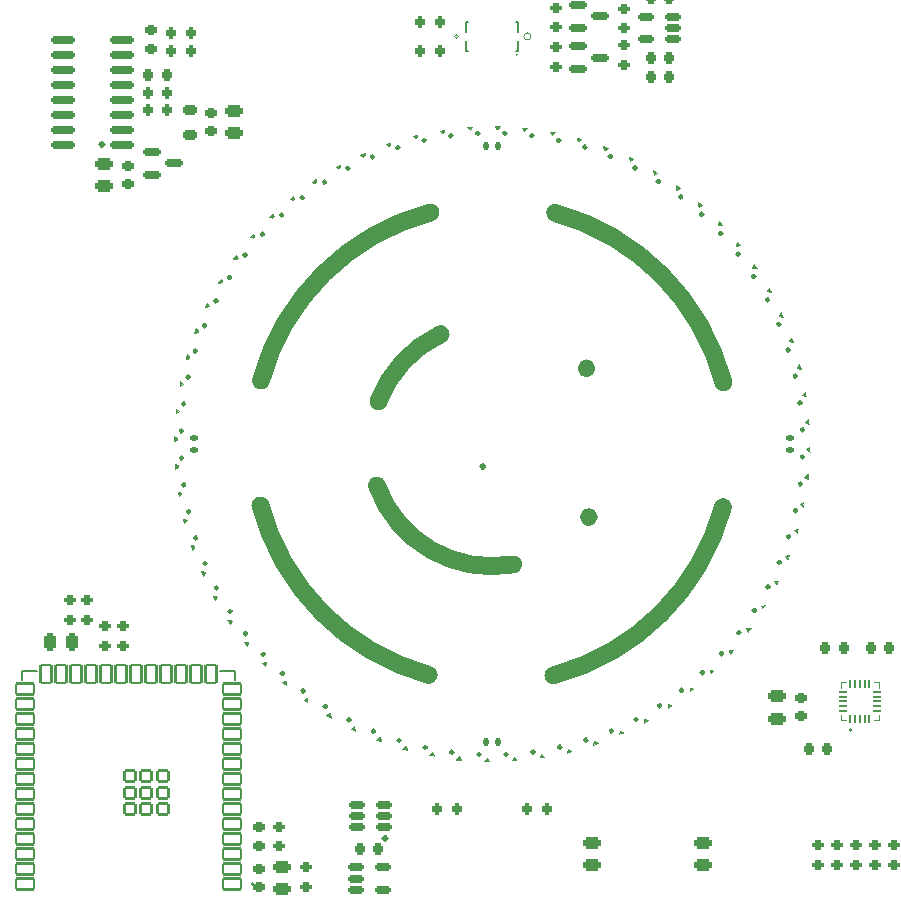
<source format=gbr>
%TF.GenerationSoftware,KiCad,Pcbnew,9.0.1*%
%TF.CreationDate,2025-04-25T15:08:37+02:00*%
%TF.ProjectId,view_base,76696577-5f62-4617-9365-2e6b69636164,0.1.0*%
%TF.SameCoordinates,Original*%
%TF.FileFunction,Legend,Top*%
%TF.FilePolarity,Positive*%
%FSLAX46Y46*%
G04 Gerber Fmt 4.6, Leading zero omitted, Abs format (unit mm)*
G04 Created by KiCad (PCBNEW 9.0.1) date 2025-04-25 15:08:37*
%MOMM*%
%LPD*%
G01*
G04 APERTURE LIST*
G04 Aperture macros list*
%AMRoundRect*
0 Rectangle with rounded corners*
0 $1 Rounding radius*
0 $2 $3 $4 $5 $6 $7 $8 $9 X,Y pos of 4 corners*
0 Add a 4 corners polygon primitive as box body*
4,1,4,$2,$3,$4,$5,$6,$7,$8,$9,$2,$3,0*
0 Add four circle primitives for the rounded corners*
1,1,$1+$1,$2,$3*
1,1,$1+$1,$4,$5*
1,1,$1+$1,$6,$7*
1,1,$1+$1,$8,$9*
0 Add four rect primitives between the rounded corners*
20,1,$1+$1,$2,$3,$4,$5,0*
20,1,$1+$1,$4,$5,$6,$7,0*
20,1,$1+$1,$6,$7,$8,$9,0*
20,1,$1+$1,$8,$9,$2,$3,0*%
%AMRotRect*
0 Rectangle, with rotation*
0 The origin of the aperture is its center*
0 $1 length*
0 $2 width*
0 $3 Rotation angle, in degrees counterclockwise*
0 Add horizontal line*
21,1,$1,$2,0,0,$3*%
G04 Aperture macros list end*
%ADD10C,1.500000*%
%ADD11C,0.755000*%
%ADD12C,0.120000*%
%ADD13C,0.175000*%
%ADD14C,0.300000*%
%ADD15C,0.250001*%
%ADD16C,0.100000*%
%ADD17C,0.250000*%
%ADD18C,0.249999*%
%ADD19C,0.200000*%
%ADD20C,0.127000*%
%ADD21C,0.000000*%
%ADD22C,2.400000*%
%ADD23C,3.500000*%
%ADD24R,0.600000X1.090000*%
%ADD25R,0.300000X1.090000*%
%ADD26O,1.000000X1.800000*%
%ADD27O,1.000000X2.200000*%
%ADD28RoundRect,0.200000X0.200000X0.275000X-0.200000X0.275000X-0.200000X-0.275000X0.200000X-0.275000X0*%
%ADD29RoundRect,0.200000X-0.200000X-0.275000X0.200000X-0.275000X0.200000X0.275000X-0.200000X0.275000X0*%
%ADD30RoundRect,0.250000X-0.475000X0.250000X-0.475000X-0.250000X0.475000X-0.250000X0.475000X0.250000X0*%
%ADD31RoundRect,0.225000X-0.250000X0.225000X-0.250000X-0.225000X0.250000X-0.225000X0.250000X0.225000X0*%
%ADD32RoundRect,0.225000X-0.225000X-0.250000X0.225000X-0.250000X0.225000X0.250000X-0.225000X0.250000X0*%
%ADD33RoundRect,0.250000X0.475000X-0.250000X0.475000X0.250000X-0.475000X0.250000X-0.475000X-0.250000X0*%
%ADD34RoundRect,0.225000X0.225000X0.250000X-0.225000X0.250000X-0.225000X-0.250000X0.225000X-0.250000X0*%
%ADD35RoundRect,0.150000X-0.587500X-0.150000X0.587500X-0.150000X0.587500X0.150000X-0.587500X0.150000X0*%
%ADD36RoundRect,0.250000X0.250000X0.475000X-0.250000X0.475000X-0.250000X-0.475000X0.250000X-0.475000X0*%
%ADD37RoundRect,0.150000X-0.512500X-0.150000X0.512500X-0.150000X0.512500X0.150000X-0.512500X0.150000X0*%
%ADD38RoundRect,0.218750X-0.381250X0.218750X-0.381250X-0.218750X0.381250X-0.218750X0.381250X0.218750X0*%
%ADD39RoundRect,0.050000X0.050000X-0.300000X0.050000X0.300000X-0.050000X0.300000X-0.050000X-0.300000X0*%
%ADD40RoundRect,0.050000X0.300000X-0.050000X0.300000X0.050000X-0.300000X0.050000X-0.300000X-0.050000X0*%
%ADD41R,1.500000X1.500000*%
%ADD42RoundRect,0.200000X0.275000X-0.200000X0.275000X0.200000X-0.275000X0.200000X-0.275000X-0.200000X0*%
%ADD43RoundRect,0.150000X0.689429X-0.477297X-0.477297X0.689429X-0.689429X0.477297X0.477297X-0.689429X0*%
%ADD44RoundRect,0.225000X-0.335876X-0.017678X-0.017678X-0.335876X0.335876X0.017678X0.017678X0.335876X0*%
%ADD45RoundRect,0.200000X-0.275000X0.200000X-0.275000X-0.200000X0.275000X-0.200000X0.275000X0.200000X0*%
%ADD46RoundRect,0.150000X0.825000X0.150000X-0.825000X0.150000X-0.825000X-0.150000X0.825000X-0.150000X0*%
%ADD47RoundRect,0.225000X0.250000X-0.225000X0.250000X0.225000X-0.250000X0.225000X-0.250000X-0.225000X0*%
%ADD48RoundRect,0.140000X-0.219557X0.017173X-0.058955X-0.212189X0.219557X-0.017173X0.058955X0.212189X0*%
%ADD49RoundRect,0.150000X0.512500X0.150000X-0.512500X0.150000X-0.512500X-0.150000X0.512500X-0.150000X0*%
%ADD50RotRect,0.500000X0.500000X280.000000*%
%ADD51RoundRect,0.140000X-0.219203X-0.021213X-0.021213X-0.219203X0.219203X0.021213X0.021213X0.219203X0*%
%ADD52RotRect,0.500000X0.500000X230.000000*%
%ADD53R,0.500000X0.500000*%
%ADD54RotRect,0.500000X0.500000X85.000000*%
%ADD55RotRect,0.500000X0.500000X220.000000*%
%ADD56RotRect,0.500000X0.500000X30.000000*%
%ADD57RotRect,0.500000X0.500000X290.000000*%
%ADD58RoundRect,0.140000X0.073414X0.207631X-0.189700X0.111865X-0.073414X-0.207631X0.189700X-0.111865X0*%
%ADD59RotRect,0.500000X0.500000X145.000000*%
%ADD60RoundRect,0.140000X-0.200442X0.091230X-0.127973X-0.179229X0.200442X-0.091230X0.127973X0.179229X0*%
%ADD61RoundRect,0.140000X-0.207631X0.073414X-0.111865X-0.189700X0.207631X-0.073414X0.111865X0.189700X0*%
%ADD62RotRect,0.500000X0.500000X100.000000*%
%ADD63RotRect,0.500000X0.500000X165.000000*%
%ADD64RotRect,0.500000X0.500000X195.000000*%
%ADD65RoundRect,0.140000X-0.198728X-0.094906X0.055038X-0.213239X0.198728X0.094906X-0.055038X0.213239X0*%
%ADD66RoundRect,0.140000X0.220218X0.002028X0.040237X0.216520X-0.220218X-0.002028X-0.040237X-0.216520X0*%
%ADD67RoundRect,0.140000X-0.021213X0.219203X-0.219203X0.021213X0.021213X-0.219203X0.219203X-0.021213X0*%
%ADD68RoundRect,0.140000X0.198728X0.094906X-0.055038X0.213239X-0.198728X-0.094906X0.055038X-0.213239X0*%
%ADD69RotRect,0.500000X0.500000X205.000000*%
%ADD70RotRect,0.500000X0.500000X350.000000*%
%ADD71RoundRect,0.140000X0.206244X0.077224X-0.036244X0.217224X-0.206244X-0.077224X0.036244X-0.217224X0*%
%ADD72RotRect,0.500000X0.500000X25.000000*%
%ADD73RoundRect,0.140000X-0.017173X-0.219557X0.212189X-0.058955X0.017173X0.219557X-0.212189X0.058955X0*%
%ADD74RoundRect,0.140000X-0.127973X0.179229X-0.200442X-0.091230X0.127973X-0.179229X0.200442X0.091230X0*%
%ADD75RotRect,0.500000X0.500000X255.000000*%
%ADD76RoundRect,0.140000X0.167393X0.143107X-0.108353X0.191728X-0.167393X-0.143107X0.108353X-0.191728X0*%
%ADD77RoundRect,0.140000X-0.216520X-0.040237X-0.002028X-0.220218X0.216520X0.040237X0.002028X0.220218X0*%
%ADD78RotRect,0.500000X0.500000X215.000000*%
%ADD79RoundRect,0.140000X-0.124651X-0.181555X0.154284X-0.157151X0.124651X0.181555X-0.154284X0.157151X0*%
%ADD80RoundRect,0.140000X0.157151X-0.154284X0.181555X0.124651X-0.157151X0.154284X-0.181555X-0.124651X0*%
%ADD81RotRect,0.500000X0.500000X55.000000*%
%ADD82RotRect,0.500000X0.500000X50.000000*%
%ADD83RotRect,0.500000X0.500000X170.000000*%
%ADD84RoundRect,0.140000X0.216520X0.040237X0.002028X0.220218X-0.216520X-0.040237X-0.002028X-0.220218X0*%
%ADD85RoundRect,0.140000X0.189700X0.111865X-0.073414X0.207631X-0.189700X-0.111865X0.073414X-0.207631X0*%
%ADD86RotRect,0.500000X0.500000X75.000000*%
%ADD87RoundRect,0.140000X-0.181555X0.124651X-0.157151X-0.154284X0.181555X-0.124651X0.157151X0.154284X0*%
%ADD88RotRect,0.500000X0.500000X140.000000*%
%ADD89RotRect,0.500000X0.500000X355.000000*%
%ADD90RotRect,0.500000X0.500000X60.000000*%
%ADD91RoundRect,0.140000X0.002028X-0.220218X0.216520X-0.040237X-0.002028X0.220218X-0.216520X0.040237X0*%
%ADD92RoundRect,0.140000X-0.167393X-0.143107X0.108353X-0.191728X0.167393X0.143107X-0.108353X0.191728X0*%
%ADD93RotRect,0.500000X0.500000X245.000000*%
%ADD94RoundRect,0.140000X0.217224X-0.036244X0.077224X0.206244X-0.217224X0.036244X-0.077224X-0.206244X0*%
%ADD95RotRect,0.500000X0.500000X35.000000*%
%ADD96RotRect,0.500000X0.500000X15.000000*%
%ADD97RotRect,0.500000X0.500000X235.000000*%
%ADD98RoundRect,0.140000X-0.157151X0.154284X-0.181555X-0.124651X0.157151X-0.154284X0.181555X0.124651X0*%
%ADD99RotRect,0.500000X0.500000X225.000000*%
%ADD100RotRect,0.500000X0.500000X130.000000*%
%ADD101R,0.500000X1.150000*%
%ADD102R,1.150000X0.500000*%
%ADD103RotRect,0.500000X0.500000X210.000000*%
%ADD104RoundRect,0.140000X-0.073414X-0.207631X0.189700X-0.111865X0.073414X0.207631X-0.189700X0.111865X0*%
%ADD105RoundRect,0.140000X-0.077224X0.206244X-0.217224X-0.036244X0.077224X-0.206244X0.217224X0.036244X0*%
%ADD106RoundRect,0.140000X-0.143107X0.167393X-0.191728X-0.108353X0.143107X-0.167393X0.191728X0.108353X0*%
%ADD107RotRect,0.500000X0.500000X120.000000*%
%ADD108RotRect,0.500000X0.500000X20.000000*%
%ADD109RotRect,0.500000X0.500000X95.000000*%
%ADD110RotRect,0.500000X0.500000X65.000000*%
%ADD111RotRect,0.500000X0.500000X325.000000*%
%ADD112RoundRect,0.140000X-0.094906X0.198728X-0.213239X-0.055038X0.094906X-0.198728X0.213239X0.055038X0*%
%ADD113RoundRect,0.140000X0.213239X-0.055038X0.094906X0.198728X-0.213239X0.055038X-0.094906X-0.198728X0*%
%ADD114R,1.500000X2.000000*%
%ADD115R,3.800000X2.000000*%
%ADD116RoundRect,0.140000X-0.191728X0.108353X-0.143107X-0.167393X0.191728X-0.108353X0.143107X0.167393X0*%
%ADD117RoundRect,0.140000X0.219557X-0.017173X0.058955X0.212189X-0.219557X0.017173X-0.058955X-0.212189X0*%
%ADD118RoundRect,0.140000X0.181555X-0.124651X0.157151X0.154284X-0.181555X0.124651X-0.157151X-0.154284X0*%
%ADD119RotRect,0.500000X0.500000X320.000000*%
%ADD120RotRect,0.500000X0.500000X330.000000*%
%ADD121RoundRect,0.140000X-0.212189X-0.058955X0.017173X-0.219557X0.212189X0.058955X-0.017173X0.219557X0*%
%ADD122RoundRect,0.140000X0.108353X0.191728X-0.167393X0.143107X-0.108353X-0.191728X0.167393X-0.143107X0*%
%ADD123RoundRect,0.140000X-0.002028X0.220218X-0.216520X0.040237X0.002028X-0.220218X0.216520X-0.040237X0*%
%ADD124RotRect,0.500000X0.500000X150.000000*%
%ADD125RoundRect,0.140000X-0.170000X0.140000X-0.170000X-0.140000X0.170000X-0.140000X0.170000X0.140000X0*%
%ADD126RotRect,0.500000X0.500000X295.000000*%
%ADD127RotRect,0.500000X0.500000X160.000000*%
%ADD128RoundRect,0.140000X-0.055038X-0.213239X0.198728X-0.094906X0.055038X0.213239X-0.198728X0.094906X0*%
%ADD129RoundRect,0.140000X-0.213239X0.055038X-0.094906X-0.198728X0.213239X-0.055038X0.094906X0.198728X0*%
%ADD130RotRect,0.500000X0.500000X135.000000*%
%ADD131RoundRect,0.140000X0.143107X-0.167393X0.191728X0.108353X-0.143107X0.167393X-0.191728X-0.108353X0*%
%ADD132RoundRect,0.140000X0.094906X-0.198728X0.213239X0.055038X-0.094906X0.198728X-0.213239X-0.055038X0*%
%ADD133RotRect,0.500000X0.500000X250.000000*%
%ADD134RotRect,0.500000X0.500000X315.000000*%
%ADD135RoundRect,0.140000X-0.206244X-0.077224X0.036244X-0.217224X0.206244X0.077224X-0.036244X0.217224X0*%
%ADD136RoundRect,0.225000X-0.225000X-0.250000X0.225000X-0.250000X0.225000X0.250000X-0.225000X0.250000X0*%
%ADD137RoundRect,0.140000X0.040237X-0.216520X0.220218X-0.002028X-0.040237X0.216520X-0.220218X0.002028X0*%
%ADD138RotRect,0.500000X0.500000X80.000000*%
%ADD139RotRect,0.500000X0.500000X240.000000*%
%ADD140RotRect,0.500000X0.500000X10.000000*%
%ADD141RotRect,0.500000X0.500000X115.000000*%
%ADD142RotRect,0.500000X0.500000X335.000000*%
%ADD143RoundRect,0.140000X0.191728X-0.108353X0.143107X0.167393X-0.191728X0.108353X-0.143107X-0.167393X0*%
%ADD144RoundRect,0.140000X0.140000X0.170000X-0.140000X0.170000X-0.140000X-0.170000X0.140000X-0.170000X0*%
%ADD145RoundRect,0.140000X0.207631X-0.073414X0.111865X0.189700X-0.207631X0.073414X-0.111865X-0.189700X0*%
%ADD146RoundRect,0.140000X0.179229X0.127973X-0.091230X0.200442X-0.179229X-0.127973X0.091230X-0.200442X0*%
%ADD147RoundRect,0.140000X0.058955X-0.212189X0.219557X0.017173X-0.058955X0.212189X-0.219557X-0.017173X0*%
%ADD148RoundRect,0.140000X0.212189X0.058955X-0.017173X0.219557X-0.212189X-0.058955X0.017173X-0.219557X0*%
%ADD149RoundRect,0.140000X-0.154284X-0.157151X0.124651X-0.181555X0.154284X0.157151X-0.124651X0.181555X0*%
%ADD150RotRect,0.500000X0.500000X175.000000*%
%ADD151RotRect,0.500000X0.500000X300.000000*%
%ADD152RotRect,0.500000X0.500000X260.000000*%
%ADD153RoundRect,0.140000X-0.220218X-0.002028X-0.040237X-0.216520X0.220218X0.002028X0.040237X0.216520X0*%
%ADD154RoundRect,0.140000X0.021213X-0.219203X0.219203X-0.021213X-0.021213X0.219203X-0.219203X0.021213X0*%
%ADD155RotRect,0.500000X0.500000X310.000000*%
%ADD156RoundRect,0.140000X0.111865X-0.189700X0.207631X0.073414X-0.111865X0.189700X-0.207631X-0.073414X0*%
%ADD157RotRect,0.500000X0.500000X340.000000*%
%ADD158RotRect,0.500000X0.500000X110.000000*%
%ADD159RoundRect,0.140000X0.154284X0.157151X-0.124651X0.181555X-0.154284X-0.157151X0.124651X-0.181555X0*%
%ADD160RotRect,0.500000X0.500000X265.000000*%
%ADD161RoundRect,0.140000X0.077224X-0.206244X0.217224X0.036244X-0.077224X0.206244X-0.217224X-0.036244X0*%
%ADD162RotRect,0.500000X0.500000X200.000000*%
%ADD163RoundRect,0.140000X0.127973X-0.179229X0.200442X0.091230X-0.127973X0.179229X-0.200442X-0.091230X0*%
%ADD164RotRect,0.500000X0.500000X45.000000*%
%ADD165RoundRect,0.140000X0.200442X-0.091230X0.127973X0.179229X-0.200442X0.091230X-0.127973X-0.179229X0*%
%ADD166RoundRect,0.140000X0.170000X-0.140000X0.170000X0.140000X-0.170000X0.140000X-0.170000X-0.140000X0*%
%ADD167RotRect,0.500000X0.500000X70.000000*%
%ADD168RoundRect,0.140000X-0.111865X0.189700X-0.207631X-0.073414X0.111865X-0.189700X0.207631X0.073414X0*%
%ADD169RotRect,0.500000X0.500000X105.000000*%
%ADD170RoundRect,0.140000X-0.040237X0.216520X-0.220218X0.002028X0.040237X-0.216520X0.220218X-0.002028X0*%
%ADD171RotRect,0.500000X0.500000X5.000000*%
%ADD172RoundRect,0.140000X-0.189700X-0.111865X0.073414X-0.207631X0.189700X0.111865X-0.073414X0.207631X0*%
%ADD173RotRect,0.500000X0.500000X305.000000*%
%ADD174RoundRect,0.140000X0.124651X0.181555X-0.154284X0.157151X-0.124651X-0.181555X0.154284X-0.157151X0*%
%ADD175RoundRect,0.140000X-0.108353X-0.191728X0.167393X-0.143107X0.108353X0.191728X-0.167393X0.143107X0*%
%ADD176RoundRect,0.140000X-0.217224X0.036244X-0.077224X-0.206244X0.217224X-0.036244X0.077224X0.206244X0*%
%ADD177RoundRect,0.102000X0.750000X0.450000X-0.750000X0.450000X-0.750000X-0.450000X0.750000X-0.450000X0*%
%ADD178RoundRect,0.102000X0.450000X0.750000X-0.450000X0.750000X-0.450000X-0.750000X0.450000X-0.750000X0*%
%ADD179RoundRect,0.102000X0.450000X0.450000X-0.450000X0.450000X-0.450000X-0.450000X0.450000X-0.450000X0*%
%ADD180RoundRect,0.140000X0.219203X0.021213X0.021213X0.219203X-0.219203X-0.021213X-0.021213X-0.219203X0*%
%ADD181RotRect,0.500000X0.500000X125.000000*%
%ADD182RotRect,0.500000X0.500000X155.000000*%
%ADD183RoundRect,0.140000X-0.091230X-0.200442X0.179229X-0.127973X0.091230X0.200442X-0.179229X0.127973X0*%
%ADD184RotRect,0.500000X0.500000X345.000000*%
%ADD185RotRect,0.500000X0.500000X285.000000*%
%ADD186RoundRect,0.140000X-0.179229X-0.127973X0.091230X-0.200442X0.179229X0.127973X-0.091230X0.200442X0*%
%ADD187RoundRect,0.140000X-0.036244X-0.217224X0.206244X-0.077224X0.036244X0.217224X-0.206244X0.077224X0*%
%ADD188RoundRect,0.140000X0.017173X0.219557X-0.212189X0.058955X-0.017173X-0.219557X0.212189X-0.058955X0*%
%ADD189RotRect,0.500000X0.500000X185.000000*%
%ADD190RoundRect,0.140000X0.055038X0.213239X-0.198728X0.094906X-0.055038X-0.213239X0.198728X-0.094906X0*%
%ADD191RoundRect,0.140000X-0.140000X-0.170000X0.140000X-0.170000X0.140000X0.170000X-0.140000X0.170000X0*%
%ADD192RoundRect,0.140000X0.036244X0.217224X-0.206244X0.077224X-0.036244X-0.217224X0.206244X-0.077224X0*%
%ADD193RotRect,0.500000X0.500000X40.000000*%
%ADD194RotRect,0.500000X0.500000X275.000000*%
%ADD195RotRect,0.500000X0.500000X190.000000*%
%ADD196RoundRect,0.140000X-0.058955X0.212189X-0.219557X-0.017173X0.058955X-0.212189X0.219557X0.017173X0*%
%ADD197RoundRect,0.140000X0.091230X0.200442X-0.179229X0.127973X-0.091230X-0.200442X0.179229X-0.127973X0*%
G04 APERTURE END LIST*
D10*
X165558787Y-105352933D02*
G75*
G02*
X151199998Y-119600001I-19558787J5352933D01*
G01*
X140647070Y-119558787D02*
G75*
G02*
X126400000Y-105200002I5352930J19558787D01*
G01*
D11*
X154377500Y-93600000D02*
G75*
G02*
X153622500Y-93600000I-377500J0D01*
G01*
X153622500Y-93600000D02*
G75*
G02*
X154377500Y-93600000I377500J0D01*
G01*
X154577500Y-106200000D02*
G75*
G02*
X153822500Y-106200000I-377500J0D01*
G01*
X153822500Y-106200000D02*
G75*
G02*
X154577500Y-106200000I377500J0D01*
G01*
D10*
X151352932Y-80441214D02*
G75*
G02*
X165600000Y-94800001I-5352932J-19558786D01*
G01*
X126441214Y-94647069D02*
G75*
G02*
X140800000Y-80400001I19558786J-5352931D01*
G01*
X147800000Y-110199999D02*
G75*
G02*
X136259955Y-103522995I-1800000J10199999D01*
G01*
X136400000Y-96400000D02*
G75*
G02*
X141653425Y-90714135I9600000J-3600000D01*
G01*
D12*
%TO.C,U8*%
X175525000Y-123400000D02*
X175525000Y-122950000D01*
X175540000Y-120190000D02*
X175990000Y-120190000D01*
X175540000Y-120640000D02*
X175540000Y-120190000D01*
X175975000Y-123400000D02*
X175525000Y-123400000D01*
X178760000Y-120190000D02*
X178310000Y-120190000D01*
X178760000Y-120640000D02*
X178760000Y-120190000D01*
X178760000Y-122960000D02*
X178760000Y-123410000D01*
X178760000Y-123410000D02*
X178310000Y-123410000D01*
D13*
X176437500Y-124200000D02*
G75*
G02*
X176262500Y-124200000I-87500J0D01*
G01*
X176262500Y-124200000D02*
G75*
G02*
X176437500Y-124200000I87500J0D01*
G01*
%TO.C,U2*%
D14*
X145372183Y-101909188D02*
G75*
G02*
X145072183Y-101909188I-150000J0D01*
G01*
X145072183Y-101909188D02*
G75*
G02*
X145372183Y-101909188I150000J0D01*
G01*
%TO.C,U6*%
X113125000Y-74650000D02*
G75*
G02*
X112825000Y-74650000I-150000J0D01*
G01*
X112825000Y-74650000D02*
G75*
G02*
X113125000Y-74650000I150000J0D01*
G01*
%TO.C,D23*%
D15*
X142641448Y-73910843D02*
G75*
G02*
X142391448Y-73910843I-125000J0D01*
G01*
X142391448Y-73910843D02*
G75*
G02*
X142641448Y-73910843I125000J0D01*
G01*
D16*
X141818402Y-73729300D02*
X141569346Y-73468587D01*
X141963269Y-73399128D01*
X141818402Y-73729300D01*
G36*
X141818402Y-73729300D02*
G01*
X141569346Y-73468587D01*
X141963269Y-73399128D01*
X141818402Y-73729300D01*
G37*
%TO.C,D42*%
D17*
X163878394Y-80561786D02*
G75*
G02*
X163628394Y-80561786I-125000J0D01*
G01*
X163628394Y-80561786D02*
G75*
G02*
X163878394Y-80561786I125000J0D01*
G01*
D16*
X163789814Y-79809102D02*
X163443769Y-79910358D01*
X163483397Y-79551987D01*
X163789814Y-79809102D01*
G36*
X163789814Y-79809102D02*
G01*
X163443769Y-79910358D01*
X163483397Y-79551987D01*
X163789814Y-79809102D01*
G37*
%TO.C,D41*%
D17*
X147224997Y-73699997D02*
G75*
G02*
X146974997Y-73699997I-125000J0D01*
G01*
X146974997Y-73699997D02*
G75*
G02*
X147224997Y-73699997I125000J0D01*
G01*
D16*
X146444080Y-73399997D02*
X146244080Y-73099997D01*
X146644080Y-73099997D01*
X146444080Y-73399997D01*
G36*
X146444080Y-73399997D02*
G01*
X146244080Y-73099997D01*
X146644080Y-73099997D01*
X146444080Y-73399997D01*
G37*
%TO.C,D10*%
D17*
X142718407Y-126106723D02*
G75*
G02*
X142468407Y-126106723I-125000J0D01*
G01*
X142468407Y-126106723D02*
G75*
G02*
X142718407Y-126106723I125000J0D01*
G01*
D16*
X143393773Y-126779038D02*
X142995296Y-126744176D01*
X143220681Y-126462748D01*
X143393773Y-126779038D01*
G36*
X143393773Y-126779038D02*
G01*
X142995296Y-126744176D01*
X143220681Y-126462748D01*
X143393773Y-126779038D01*
G37*
%TO.C,D60*%
D17*
X166977346Y-83931903D02*
G75*
G02*
X166727346Y-83931903I-125000J0D01*
G01*
X166727346Y-83931903D02*
G75*
G02*
X166977346Y-83931903I125000J0D01*
G01*
D16*
X167018915Y-83196978D02*
X166660544Y-83236605D01*
X166761800Y-82890560D01*
X167018915Y-83196978D01*
G36*
X167018915Y-83196978D02*
G01*
X166660544Y-83236605D01*
X166761800Y-82890560D01*
X167018915Y-83196978D01*
G37*
%TO.C,D38*%
D15*
X122803861Y-112196521D02*
G75*
G02*
X122553861Y-112196521I-125000J0D01*
G01*
X122553861Y-112196521D02*
G75*
G02*
X122803861Y-112196521I125000J0D01*
G01*
D16*
X122747012Y-112914562D02*
X122587205Y-113237767D01*
X122387205Y-112891357D01*
X122747012Y-112914562D01*
G36*
X122747012Y-112914562D02*
G01*
X122587205Y-113237767D01*
X122387205Y-112891357D01*
X122747012Y-112914562D01*
G37*
%TO.C,D5*%
D18*
X138161518Y-74909868D02*
G75*
G02*
X137911520Y-74909868I-124999J0D01*
G01*
X137911520Y-74909868D02*
G75*
G02*
X138161518Y-74909868I124999J0D01*
G01*
D16*
X137317553Y-74852298D02*
X137027008Y-74638793D01*
X137402885Y-74501985D01*
X137317553Y-74852298D01*
G36*
X137317553Y-74852298D02*
G01*
X137027008Y-74638793D01*
X137402885Y-74501985D01*
X137317553Y-74852298D01*
G37*
%TO.C,D53*%
D17*
X167035448Y-115982958D02*
G75*
G02*
X166785448Y-115982958I-125000J0D01*
G01*
X166785448Y-115982958D02*
G75*
G02*
X167035448Y-115982958I125000J0D01*
G01*
D16*
X167892873Y-115625978D02*
X167663442Y-115953638D01*
X167532412Y-115617735D01*
X167892873Y-115625978D01*
G36*
X167892873Y-115625978D02*
G01*
X167663442Y-115953638D01*
X167532412Y-115617735D01*
X167892873Y-115625978D01*
G37*
%TO.C,D63*%
D15*
X149613570Y-126087850D02*
G75*
G02*
X149363570Y-126087850I-125000J0D01*
G01*
X149363570Y-126087850D02*
G75*
G02*
X149613570Y-126087850I125000J0D01*
G01*
D16*
X150435672Y-126530106D02*
X150041749Y-126599565D01*
X150186616Y-126269393D01*
X150435672Y-126530106D01*
G36*
X150435672Y-126530106D02*
G01*
X150041749Y-126599565D01*
X150186616Y-126269393D01*
X150435672Y-126530106D01*
G37*
%TO.C,D17*%
D17*
X171245632Y-107866050D02*
G75*
G02*
X170995632Y-107866050I-125000J0D01*
G01*
X170995632Y-107866050D02*
G75*
G02*
X171245632Y-107866050I125000J0D01*
G01*
D16*
X171818188Y-107580959D02*
X171580174Y-107310128D01*
X171921716Y-107194589D01*
X171818188Y-107580959D01*
G36*
X171818188Y-107580959D02*
G01*
X171580174Y-107310128D01*
X171921716Y-107194589D01*
X171818188Y-107580959D01*
G37*
%TO.C,D34*%
D17*
X171807420Y-94253798D02*
G75*
G02*
X171557420Y-94253798I-125000J0D01*
G01*
X171557420Y-94253798D02*
G75*
G02*
X171807420Y-94253798I125000J0D01*
G01*
D16*
X172143976Y-93658125D02*
X171802434Y-93542585D01*
X172040448Y-93271754D01*
X172143976Y-93658125D01*
G36*
X172143976Y-93658125D02*
G01*
X171802434Y-93542585D01*
X172040448Y-93271754D01*
X172143976Y-93658125D01*
G37*
%TO.C,D16*%
D17*
X170425306Y-89878981D02*
G75*
G02*
X170175306Y-89878981I-125000J0D01*
G01*
X170175306Y-89878981D02*
G75*
G02*
X170425306Y-89878981I125000J0D01*
G01*
D16*
X170651411Y-89212209D02*
X170294995Y-89157733D01*
X170482364Y-88849686D01*
X170651411Y-89212209D01*
G36*
X170651411Y-89212209D02*
G01*
X170294995Y-89157733D01*
X170482364Y-88849686D01*
X170651411Y-89212209D01*
G37*
%TO.C,D39*%
D15*
X120412859Y-94347112D02*
G75*
G02*
X120162859Y-94347112I-125000J0D01*
G01*
X120162859Y-94347112D02*
G75*
G02*
X120412859Y-94347112I125000J0D01*
G01*
D16*
X119878519Y-94940970D02*
X119548347Y-95085837D01*
X119617807Y-94691914D01*
X119878519Y-94940970D01*
G36*
X119878519Y-94940970D02*
G01*
X119548347Y-95085837D01*
X119617807Y-94691914D01*
X119878519Y-94940970D01*
G37*
%TO.C,D47*%
D17*
X121830297Y-110120901D02*
G75*
G02*
X121580297Y-110120901I-125000J0D01*
G01*
X121580297Y-110120901D02*
G75*
G02*
X121830297Y-110120901I125000J0D01*
G01*
D16*
X121710608Y-110842149D02*
X121523239Y-111150196D01*
X121354192Y-110787673D01*
X121710608Y-110842149D01*
G36*
X121710608Y-110842149D02*
G01*
X121523239Y-111150196D01*
X121354192Y-110787673D01*
X121710608Y-110842149D01*
G37*
%TO.C,D68*%
D17*
X153991050Y-74879368D02*
G75*
G02*
X153741050Y-74879368I-125000J0D01*
G01*
X153741050Y-74879368D02*
G75*
G02*
X153991050Y-74879368I125000J0D01*
G01*
D16*
X153580959Y-74181812D02*
X153310128Y-74419826D01*
X153194589Y-74078284D01*
X153580959Y-74181812D01*
G36*
X153580959Y-74181812D02*
G01*
X153310128Y-74419826D01*
X153194589Y-74078284D01*
X153580959Y-74181812D01*
G37*
%TO.C,D69*%
D17*
X168297316Y-85819177D02*
G75*
G02*
X168047316Y-85819177I-125000J0D01*
G01*
X168047316Y-85819177D02*
G75*
G02*
X168297316Y-85819177I125000J0D01*
G01*
D16*
X168402304Y-85101565D02*
X168041843Y-85109808D01*
X168172873Y-84773905D01*
X168402304Y-85101565D01*
G36*
X168402304Y-85101565D02*
G01*
X168041843Y-85109808D01*
X168172873Y-84773905D01*
X168402304Y-85101565D01*
G37*
%TO.C,D64*%
D17*
X130142042Y-120910448D02*
G75*
G02*
X129892042Y-120910448I-125000J0D01*
G01*
X129892042Y-120910448D02*
G75*
G02*
X130142042Y-120910448I125000J0D01*
G01*
D16*
X130374022Y-121892873D02*
X130046362Y-121663442D01*
X130382265Y-121532412D01*
X130374022Y-121892873D01*
G36*
X130374022Y-121892873D02*
G01*
X130046362Y-121663442D01*
X130382265Y-121532412D01*
X130374022Y-121892873D01*
G37*
%TO.C,D21*%
D17*
X119825000Y-98900000D02*
G75*
G02*
X119575000Y-98900000I-125000J0D01*
G01*
X119575000Y-98900000D02*
G75*
G02*
X119825000Y-98900000I125000J0D01*
G01*
D16*
X119400000Y-99555917D02*
X119100000Y-99755917D01*
X119100000Y-99355917D01*
X119400000Y-99555917D01*
G36*
X119400000Y-99555917D02*
G01*
X119100000Y-99755917D01*
X119100000Y-99355917D01*
X119400000Y-99555917D01*
G37*
%TO.C,D2*%
D17*
X128381606Y-119438214D02*
G75*
G02*
X128131606Y-119438214I-125000J0D01*
G01*
X128131606Y-119438214D02*
G75*
G02*
X128381606Y-119438214I125000J0D01*
G01*
D16*
X128526603Y-120448013D02*
X128220186Y-120190898D01*
X128566231Y-120089642D01*
X128526603Y-120448013D01*
G36*
X128526603Y-120448013D02*
G01*
X128220186Y-120190898D01*
X128566231Y-120089642D01*
X128526603Y-120448013D01*
G37*
%TO.C,D8*%
D15*
X171827141Y-105652888D02*
G75*
G02*
X171577141Y-105652888I-125000J0D01*
G01*
X171577141Y-105652888D02*
G75*
G02*
X171827141Y-105652888I125000J0D01*
G01*
D16*
X172372193Y-105308086D02*
X172111481Y-105059030D01*
X172441653Y-104914163D01*
X172372193Y-105308086D01*
G36*
X172372193Y-105308086D02*
G01*
X172111481Y-105059030D01*
X172441653Y-104914163D01*
X172372193Y-105308086D01*
G37*
%TO.C,D28*%
D17*
X138258950Y-125120632D02*
G75*
G02*
X138008950Y-125120632I-125000J0D01*
G01*
X138008950Y-125120632D02*
G75*
G02*
X138258950Y-125120632I125000J0D01*
G01*
D16*
X138805411Y-125921716D02*
X138419041Y-125818188D01*
X138689872Y-125580174D01*
X138805411Y-125921716D01*
G36*
X138805411Y-125921716D02*
G01*
X138419041Y-125818188D01*
X138689872Y-125580174D01*
X138805411Y-125921716D01*
G37*
%TO.C,D62*%
D17*
X165563214Y-117753394D02*
G75*
G02*
X165313214Y-117753394I-125000J0D01*
G01*
X165313214Y-117753394D02*
G75*
G02*
X165563214Y-117753394I125000J0D01*
G01*
D16*
X166448013Y-117483397D02*
X166190898Y-117789814D01*
X166089642Y-117443769D01*
X166448013Y-117483397D01*
G36*
X166448013Y-117483397D02*
G01*
X166190898Y-117789814D01*
X166089642Y-117443769D01*
X166448013Y-117483397D01*
G37*
%TO.C,D30*%
D17*
X120021651Y-96612474D02*
G75*
G02*
X119771651Y-96612474I-125000J0D01*
G01*
X119771651Y-96612474D02*
G75*
G02*
X120021651Y-96612474I125000J0D01*
G01*
D16*
X119540626Y-97239748D02*
X119224336Y-97412840D01*
X119259198Y-97014363D01*
X119540626Y-97239748D01*
G36*
X119540626Y-97239748D02*
G01*
X119224336Y-97412840D01*
X119259198Y-97014363D01*
X119540626Y-97239748D01*
G37*
%TO.C,D55*%
D15*
X132017372Y-122230289D02*
G75*
G02*
X131767372Y-122230289I-125000J0D01*
G01*
X131767372Y-122230289D02*
G75*
G02*
X132017372Y-122230289I125000J0D01*
G01*
D16*
X132333618Y-123177862D02*
X131987208Y-122977862D01*
X132310413Y-122818055D01*
X132333618Y-123177862D01*
G36*
X132333618Y-123177862D02*
G01*
X131987208Y-122977862D01*
X132310413Y-122818055D01*
X132333618Y-123177862D01*
G37*
%TO.C,D15*%
D18*
X158241759Y-76632719D02*
G75*
G02*
X157991761Y-76632719I-124999J0D01*
G01*
X157991761Y-76632719D02*
G75*
G02*
X158241759Y-76632719I124999J0D01*
G01*
D16*
X157957130Y-75896255D02*
X157649083Y-76083624D01*
X157594607Y-75727208D01*
X157957130Y-75896255D01*
G36*
X157957130Y-75896255D02*
G01*
X157649083Y-76083624D01*
X157594607Y-75727208D01*
X157957130Y-75896255D01*
G37*
%TO.C,D29*%
D17*
X123952684Y-114180823D02*
G75*
G02*
X123702684Y-114180823I-125000J0D01*
G01*
X123702684Y-114180823D02*
G75*
G02*
X123952684Y-114180823I125000J0D01*
G01*
D16*
X123827127Y-115226095D02*
X123597696Y-114898435D01*
X123958157Y-114890192D01*
X123827127Y-115226095D01*
G36*
X123827127Y-115226095D02*
G01*
X123597696Y-114898435D01*
X123958157Y-114890192D01*
X123827127Y-115226095D01*
G37*
%TO.C,D65*%
D17*
X120436768Y-105742149D02*
G75*
G02*
X120186768Y-105742149I-125000J0D01*
G01*
X120186768Y-105742149D02*
G75*
G02*
X120436768Y-105742149I125000J0D01*
G01*
D16*
X120191754Y-106453362D02*
X119953740Y-106724193D01*
X119850212Y-106337822D01*
X120191754Y-106453362D01*
G36*
X120191754Y-106453362D02*
G01*
X119953740Y-106724193D01*
X119850212Y-106337822D01*
X120191754Y-106453362D01*
G37*
%TO.C,D33*%
D17*
X162107958Y-79089552D02*
G75*
G02*
X161857958Y-79089552I-125000J0D01*
G01*
X161857958Y-79089552D02*
G75*
G02*
X162107958Y-79089552I125000J0D01*
G01*
D16*
X161953638Y-78336558D02*
X161617735Y-78467588D01*
X161625978Y-78107127D01*
X161953638Y-78336558D01*
G36*
X161953638Y-78336558D02*
G01*
X161617735Y-78467588D01*
X161625978Y-78107127D01*
X161953638Y-78336558D01*
G37*
%TO.C,D51*%
D18*
X165494618Y-82176016D02*
G75*
G02*
X165244620Y-82176016I-124999J0D01*
G01*
X165244620Y-82176016D02*
G75*
G02*
X165494618Y-82176016I124999J0D01*
G01*
D16*
X165471501Y-81429369D02*
X165117948Y-81500080D01*
X165188659Y-81146527D01*
X165471501Y-81429369D01*
G36*
X165471501Y-81429369D02*
G01*
X165117948Y-81500080D01*
X165188659Y-81146527D01*
X165471501Y-81429369D01*
G37*
%TO.C,D9*%
D17*
X162183097Y-120852346D02*
G75*
G02*
X161933097Y-120852346I-125000J0D01*
G01*
X161933097Y-120852346D02*
G75*
G02*
X162183097Y-120852346I125000J0D01*
G01*
D16*
X163099440Y-120761800D02*
X162793022Y-121018915D01*
X162753395Y-120660544D01*
X163099440Y-120761800D01*
G36*
X163099440Y-120761800D02*
G01*
X162793022Y-121018915D01*
X162753395Y-120660544D01*
X163099440Y-120761800D01*
G37*
D19*
%TO.C,U9*%
X143800000Y-65100000D02*
X143800000Y-64300000D01*
X143800000Y-66700000D02*
X143800000Y-65900000D01*
X144000000Y-64300000D02*
X143800000Y-64300000D01*
X144000000Y-66700000D02*
X143800000Y-66700000D01*
X148200000Y-64300000D02*
X148000000Y-64300000D01*
X148200000Y-65100000D02*
X148200000Y-64300000D01*
X148200000Y-66700000D02*
X148000000Y-66700000D01*
X148200000Y-66700000D02*
X148200000Y-65900000D01*
D16*
X143150000Y-65500000D02*
G75*
G02*
X142850000Y-65500000I-150000J0D01*
G01*
X142850000Y-65500000D02*
G75*
G02*
X143150000Y-65500000I150000J0D01*
G01*
D19*
X148123770Y-67048000D02*
G75*
G02*
X148076230Y-67048000I-23770J0D01*
G01*
X148076230Y-67048000D02*
G75*
G02*
X148123770Y-67048000I23770J0D01*
G01*
D16*
X149300000Y-65500000D02*
G75*
G02*
X148700000Y-65500000I-300000J0D01*
G01*
X148700000Y-65500000D02*
G75*
G02*
X149300000Y-65500000I300000J0D01*
G01*
%TO.C,D7*%
D15*
X169450578Y-87802917D02*
G75*
G02*
X169200578Y-87802917I-125000J0D01*
G01*
X169200578Y-87802917D02*
G75*
G02*
X169450578Y-87802917I125000J0D01*
G01*
D16*
X169617234Y-87108081D02*
X169257427Y-87084876D01*
X169417234Y-86761671D01*
X169617234Y-87108081D01*
G36*
X169617234Y-87108081D02*
G01*
X169257427Y-87084876D01*
X169417234Y-86761671D01*
X169617234Y-87108081D01*
G37*
%TO.C,D61*%
D17*
X172415000Y-101100000D02*
G75*
G02*
X172165000Y-101100000I-125000J0D01*
G01*
X172165000Y-101100000D02*
G75*
G02*
X172415000Y-101100000I125000J0D01*
G01*
D16*
X172890000Y-100644083D02*
X172590000Y-100444083D01*
X172890000Y-100244083D01*
X172890000Y-100644083D01*
G36*
X172890000Y-100644083D02*
G01*
X172590000Y-100444083D01*
X172890000Y-100244083D01*
X172890000Y-100644083D01*
G37*
%TO.C,D27*%
D15*
X158321522Y-123321137D02*
G75*
G02*
X158071522Y-123321137I-125000J0D01*
G01*
X158071522Y-123321137D02*
G75*
G02*
X158321522Y-123321137I125000J0D01*
G01*
D16*
X159237768Y-123412793D02*
X158891358Y-123612793D01*
X158914563Y-123252986D01*
X159237768Y-123412793D01*
G36*
X159237768Y-123412793D02*
G01*
X158891358Y-123612793D01*
X158914563Y-123252986D01*
X159237768Y-123412793D01*
G37*
%TO.C,D56*%
D18*
X121041639Y-107962429D02*
G75*
G02*
X120791641Y-107962429I-124999J0D01*
G01*
X120791641Y-107962429D02*
G75*
G02*
X121041639Y-107962429I124999J0D01*
G01*
D16*
X120859070Y-108681395D02*
X120645565Y-108971940D01*
X120508757Y-108596063D01*
X120859070Y-108681395D01*
G36*
X120859070Y-108681395D02*
G01*
X120645565Y-108971940D01*
X120508757Y-108596063D01*
X120859070Y-108681395D01*
G37*
%TO.C,D72*%
D17*
X147319966Y-126297584D02*
G75*
G02*
X147069966Y-126297584I-125000J0D01*
G01*
X147069966Y-126297584D02*
G75*
G02*
X147319966Y-126297584I125000J0D01*
G01*
D16*
X148099919Y-126820702D02*
X147701441Y-126855565D01*
X147874536Y-126539275D01*
X148099919Y-126820702D01*
G36*
X148099919Y-126820702D02*
G01*
X147701441Y-126855565D01*
X147874536Y-126539275D01*
X148099919Y-126820702D01*
G37*
%TO.C,U5*%
D14*
X137100000Y-133400000D02*
G75*
G02*
X136800000Y-133400000I-150000J0D01*
G01*
X136800000Y-133400000D02*
G75*
G02*
X137100000Y-133400000I150000J0D01*
G01*
%TO.C,D46*%
D18*
X134018239Y-123367281D02*
G75*
G02*
X133768241Y-123367281I-124999J0D01*
G01*
X133768241Y-123367281D02*
G75*
G02*
X134018239Y-123367281I124999J0D01*
G01*
D16*
X134415393Y-124272792D02*
X134052870Y-124103745D01*
X134360917Y-123916376D01*
X134415393Y-124272792D01*
G36*
X134415393Y-124272792D02*
G01*
X134052870Y-124103745D01*
X134360917Y-123916376D01*
X134415393Y-124272792D01*
G37*
%TO.C,D13*%
D17*
X125217823Y-84017551D02*
G75*
G02*
X124967823Y-84017551I-125000J0D01*
G01*
X124967823Y-84017551D02*
G75*
G02*
X125217823Y-84017551I125000J0D01*
G01*
D16*
X124470859Y-84382774D02*
X124110398Y-84374531D01*
X124339829Y-84046871D01*
X124470859Y-84382774D01*
G36*
X124470859Y-84382774D02*
G01*
X124110398Y-84374531D01*
X124339829Y-84046871D01*
X124470859Y-84382774D01*
G37*
%TO.C,D22*%
D17*
X126686786Y-82246606D02*
G75*
G02*
X126436786Y-82246606I-125000J0D01*
G01*
X126436786Y-82246606D02*
G75*
G02*
X126686786Y-82246606I125000J0D01*
G01*
D16*
X125910358Y-82556231D02*
X125551987Y-82516603D01*
X125809102Y-82210186D01*
X125910358Y-82556231D01*
G36*
X125910358Y-82556231D02*
G01*
X125551987Y-82516603D01*
X125809102Y-82210186D01*
X125910358Y-82556231D01*
G37*
%TO.C,D4*%
D15*
X123904711Y-85912372D02*
G75*
G02*
X123654711Y-85912372I-125000J0D01*
G01*
X123654711Y-85912372D02*
G75*
G02*
X123904711Y-85912372I125000J0D01*
G01*
D16*
X123191945Y-86330413D02*
X122832138Y-86353618D01*
X123032138Y-86007208D01*
X123191945Y-86330413D01*
G36*
X123191945Y-86330413D02*
G01*
X122832138Y-86353618D01*
X123032138Y-86007208D01*
X123191945Y-86330413D01*
G37*
%TO.C,D44*%
D15*
X168345289Y-114107628D02*
G75*
G02*
X168095289Y-114107628I-125000J0D01*
G01*
X168095289Y-114107628D02*
G75*
G02*
X168345289Y-114107628I125000J0D01*
G01*
D16*
X168967862Y-114012792D02*
X168808055Y-113689587D01*
X169167862Y-113666382D01*
X168967862Y-114012792D01*
G36*
X168967862Y-114012792D02*
G01*
X168808055Y-113689587D01*
X169167862Y-113666382D01*
X168967862Y-114012792D01*
G37*
%TO.C,D67*%
D17*
X136009773Y-75704940D02*
G75*
G02*
X135759773Y-75704940I-125000J0D01*
G01*
X135759773Y-75704940D02*
G75*
G02*
X136009773Y-75704940I125000J0D01*
G01*
D16*
X135163525Y-75710251D02*
X134855478Y-75522882D01*
X135218001Y-75353835D01*
X135163525Y-75710251D01*
G36*
X135163525Y-75710251D02*
G01*
X134855478Y-75522882D01*
X135218001Y-75353835D01*
X135163525Y-75710251D01*
G37*
%TO.C,D26*%
D18*
X170455915Y-110029753D02*
G75*
G02*
X170205917Y-110029753I-124999J0D01*
G01*
X170205917Y-110029753D02*
G75*
G02*
X170455915Y-110029753I124999J0D01*
G01*
D16*
X171050665Y-109806543D02*
X170837161Y-109515998D01*
X171187473Y-109430666D01*
X171050665Y-109806543D01*
G36*
X171050665Y-109806543D02*
G01*
X170837161Y-109515998D01*
X171187473Y-109430666D01*
X171050665Y-109806543D01*
G37*
%TO.C,D71*%
D18*
X163938983Y-119369619D02*
G75*
G02*
X163688985Y-119369619I-124999J0D01*
G01*
X163688985Y-119369619D02*
G75*
G02*
X163938983Y-119369619I124999J0D01*
G01*
D16*
X164843473Y-119188659D02*
X164560631Y-119471501D01*
X164489920Y-119117948D01*
X164843473Y-119188659D01*
G36*
X164843473Y-119188659D02*
G01*
X164560631Y-119471501D01*
X164489920Y-119117948D01*
X164843473Y-119188659D01*
G37*
%TO.C,D6*%
D18*
X156154752Y-75669084D02*
G75*
G02*
X155904754Y-75669084I-124999J0D01*
G01*
X155904754Y-75669084D02*
G75*
G02*
X156154752Y-75669084I124999J0D01*
G01*
D16*
X155806543Y-74949335D02*
X155515998Y-75162839D01*
X155430666Y-74812527D01*
X155806543Y-74949335D01*
G36*
X155806543Y-74949335D02*
G01*
X155515998Y-75162839D01*
X155430666Y-74812527D01*
X155806543Y-74949335D01*
G37*
%TO.C,D31*%
D18*
X128311015Y-80620381D02*
G75*
G02*
X128061017Y-80620381I-124999J0D01*
G01*
X128061017Y-80620381D02*
G75*
G02*
X128311015Y-80620381I124999J0D01*
G01*
D16*
X127510080Y-80872052D02*
X127156527Y-80801341D01*
X127439369Y-80518499D01*
X127510080Y-80872052D01*
G36*
X127510080Y-80872052D02*
G01*
X127156527Y-80801341D01*
X127439369Y-80518499D01*
X127510080Y-80872052D01*
G37*
%TO.C,D1*%
D17*
X145025000Y-126300000D02*
G75*
G02*
X144775000Y-126300000I-125000J0D01*
G01*
X144775000Y-126300000D02*
G75*
G02*
X145025000Y-126300000I125000J0D01*
G01*
D16*
X145755917Y-126900000D02*
X145355917Y-126900000D01*
X145555917Y-126600000D01*
X145755917Y-126900000D01*
G36*
X145755917Y-126900000D02*
G01*
X145355917Y-126900000D01*
X145555917Y-126600000D01*
X145755917Y-126900000D01*
G37*
%TO.C,D19*%
D15*
X140469853Y-125705825D02*
G75*
G02*
X140219853Y-125705825I-125000J0D01*
G01*
X140219853Y-125705825D02*
G75*
G02*
X140469853Y-125705825I125000J0D01*
G01*
D16*
X141083578Y-126445337D02*
X140689655Y-126375877D01*
X140938711Y-126115165D01*
X141083578Y-126445337D01*
G36*
X141083578Y-126445337D02*
G01*
X140689655Y-126375877D01*
X140938711Y-126115165D01*
X141083578Y-126445337D01*
G37*
%TO.C,D24*%
D15*
X160222628Y-77779711D02*
G75*
G02*
X159972628Y-77779711I-125000J0D01*
G01*
X159972628Y-77779711D02*
G75*
G02*
X160222628Y-77779711I125000J0D01*
G01*
D16*
X160002792Y-77032138D02*
X159679587Y-77191945D01*
X159656382Y-76832138D01*
X160002792Y-77032138D01*
G36*
X160002792Y-77032138D02*
G01*
X159679587Y-77191945D01*
X159656382Y-76832138D01*
X160002792Y-77032138D01*
G37*
%TO.C,D3*%
D15*
X120034263Y-103479584D02*
G75*
G02*
X119784263Y-103479584I-125000J0D01*
G01*
X119784263Y-103479584D02*
G75*
G02*
X120034263Y-103479584I125000J0D01*
G01*
D16*
X119727720Y-104177630D02*
X119467007Y-104426686D01*
X119397548Y-104032763D01*
X119727720Y-104177630D01*
G36*
X119727720Y-104177630D02*
G01*
X119467007Y-104426686D01*
X119397548Y-104032763D01*
X119727720Y-104177630D01*
G37*
%TO.C,D36*%
D17*
X156237883Y-124297042D02*
G75*
G02*
X155987883Y-124297042I-125000J0D01*
G01*
X155987883Y-124297042D02*
G75*
G02*
X156237883Y-124297042I125000J0D01*
G01*
D16*
X157142178Y-124479100D02*
X156779655Y-124648147D01*
X156834131Y-124291731D01*
X157142178Y-124479100D01*
G36*
X157142178Y-124479100D02*
G01*
X156779655Y-124648147D01*
X156834131Y-124291731D01*
X157142178Y-124479100D01*
G37*
%TO.C,D66*%
D18*
X122757718Y-87883240D02*
G75*
G02*
X122507720Y-87883240I-124999J0D01*
G01*
X122507720Y-87883240D02*
G75*
G02*
X122757718Y-87883240I124999J0D01*
G01*
D16*
X122083624Y-88350917D02*
X121727208Y-88405393D01*
X121896255Y-88042870D01*
X122083624Y-88350917D01*
G36*
X122083624Y-88350917D02*
G01*
X121727208Y-88405393D01*
X121896255Y-88042870D01*
X122083624Y-88350917D01*
G37*
%TO.C,D70*%
D17*
X172230841Y-103386594D02*
G75*
G02*
X171980841Y-103386594I-125000J0D01*
G01*
X171980841Y-103386594D02*
G75*
G02*
X172230841Y-103386594I125000J0D01*
G01*
D16*
X172743294Y-102984705D02*
X172461866Y-102759320D01*
X172778156Y-102586228D01*
X172743294Y-102984705D01*
G36*
X172743294Y-102984705D02*
G01*
X172461866Y-102759320D01*
X172778156Y-102586228D01*
X172743294Y-102984705D01*
G37*
%TO.C,D58*%
D15*
X133927332Y-76674999D02*
G75*
G02*
X133677332Y-76674999I-125000J0D01*
G01*
X133677332Y-76674999D02*
G75*
G02*
X133927332Y-76674999I125000J0D01*
G01*
D16*
X133084291Y-76743150D02*
X132761086Y-76583343D01*
X133107496Y-76383343D01*
X133084291Y-76743150D01*
G36*
X133084291Y-76743150D02*
G01*
X132761086Y-76583343D01*
X133107496Y-76383343D01*
X133084291Y-76743150D01*
G37*
%TO.C,D59*%
D15*
X151780147Y-74294175D02*
G75*
G02*
X151530147Y-74294175I-125000J0D01*
G01*
X151530147Y-74294175D02*
G75*
G02*
X151780147Y-74294175I125000J0D01*
G01*
D16*
X151310345Y-73624123D02*
X151061289Y-73884835D01*
X150916422Y-73554663D01*
X151310345Y-73624123D01*
G36*
X151310345Y-73624123D02*
G01*
X151061289Y-73884835D01*
X150916422Y-73554663D01*
X151310345Y-73624123D01*
G37*
%TO.C,D40*%
D17*
X130056903Y-79147654D02*
G75*
G02*
X129806903Y-79147654I-125000J0D01*
G01*
X129806903Y-79147654D02*
G75*
G02*
X130056903Y-79147654I125000J0D01*
G01*
D16*
X129236605Y-79339456D02*
X128890560Y-79238200D01*
X129196978Y-78981085D01*
X129236605Y-79339456D01*
G36*
X129236605Y-79339456D02*
G01*
X128890560Y-79238200D01*
X129196978Y-78981085D01*
X129236605Y-79339456D01*
G37*
%TO.C,D57*%
D18*
X121787311Y-89979199D02*
G75*
G02*
X121537313Y-89979199I-124999J0D01*
G01*
X121537313Y-89979199D02*
G75*
G02*
X121787311Y-89979199I124999J0D01*
G01*
D16*
X121156067Y-90492954D02*
X120805755Y-90578286D01*
X120942563Y-90202409D01*
X121156067Y-90492954D01*
G36*
X121156067Y-90492954D02*
G01*
X120805755Y-90578286D01*
X120942563Y-90202409D01*
X121156067Y-90492954D01*
G37*
%TO.C,D45*%
D18*
X154077428Y-125083360D02*
G75*
G02*
X153827430Y-125083360I-124999J0D01*
G01*
X153827430Y-125083360D02*
G75*
G02*
X154077428Y-125083360I124999J0D01*
G01*
D16*
X154961940Y-125354435D02*
X154586063Y-125491243D01*
X154671395Y-125140930D01*
X154961940Y-125354435D01*
G36*
X154961940Y-125354435D02*
G01*
X154586063Y-125491243D01*
X154671395Y-125140930D01*
X154961940Y-125354435D01*
G37*
%TO.C,D50*%
D17*
X149509099Y-73895088D02*
G75*
G02*
X149259099Y-73895088I-125000J0D01*
G01*
X149259099Y-73895088D02*
G75*
G02*
X149509099Y-73895088I125000J0D01*
G01*
D16*
X148982210Y-73257635D02*
X148756825Y-73539063D01*
X148583733Y-73222773D01*
X148982210Y-73257635D01*
G36*
X148982210Y-73257635D02*
G01*
X148756825Y-73539063D01*
X148583733Y-73222773D01*
X148982210Y-73257635D01*
G37*
%TO.C,D25*%
D18*
X171208237Y-92039629D02*
G75*
G02*
X170958239Y-92039629I-124999J0D01*
G01*
X170958239Y-92039629D02*
G75*
G02*
X171208237Y-92039629I124999J0D01*
G01*
D16*
X171491121Y-91405995D02*
X171140808Y-91320663D01*
X171354313Y-91030118D01*
X171491121Y-91405995D01*
G36*
X171491121Y-91405995D02*
G01*
X171140808Y-91320663D01*
X171354313Y-91030118D01*
X171491121Y-91405995D01*
G37*
%TO.C,D11*%
D18*
X126755380Y-117813984D02*
G75*
G02*
X126505382Y-117813984I-124999J0D01*
G01*
X126505382Y-117813984D02*
G75*
G02*
X126755380Y-117813984I124999J0D01*
G01*
D16*
X126811341Y-118843473D02*
X126528499Y-118560631D01*
X126882052Y-118489920D01*
X126811341Y-118843473D01*
G36*
X126811341Y-118843473D02*
G01*
X126528499Y-118560631D01*
X126882052Y-118489920D01*
X126811341Y-118843473D01*
G37*
%TO.C,D37*%
D18*
X136095246Y-124330916D02*
G75*
G02*
X135845248Y-124330916I-124999J0D01*
G01*
X135845248Y-124330916D02*
G75*
G02*
X136095246Y-124330916I124999J0D01*
G01*
D16*
X136569334Y-125187473D02*
X136193457Y-125050665D01*
X136484002Y-124837161D01*
X136569334Y-125187473D01*
G36*
X136569334Y-125187473D02*
G01*
X136193457Y-125050665D01*
X136484002Y-124837161D01*
X136569334Y-125187473D01*
G37*
%TO.C,D54*%
D17*
X151866013Y-125680034D02*
G75*
G02*
X151616013Y-125680034I-125000J0D01*
G01*
X151616013Y-125680034D02*
G75*
G02*
X151866013Y-125680034I125000J0D01*
G01*
D16*
X152723057Y-126038062D02*
X152336686Y-126141590D01*
X152452226Y-125800048D01*
X152723057Y-126038062D01*
G36*
X152723057Y-126038062D02*
G01*
X152336686Y-126141590D01*
X152452226Y-125800048D01*
X152723057Y-126038062D01*
G37*
%TO.C,D12*%
D17*
X119837416Y-101194966D02*
G75*
G02*
X119587416Y-101194966I-125000J0D01*
G01*
X119587416Y-101194966D02*
G75*
G02*
X119837416Y-101194966I125000J0D01*
G01*
D16*
X119470725Y-101874536D02*
X119189298Y-102099919D01*
X119154435Y-101701441D01*
X119470725Y-101874536D01*
G36*
X119470725Y-101874536D02*
G01*
X119189298Y-102099919D01*
X119154435Y-101701441D01*
X119470725Y-101874536D01*
G37*
%TO.C,D49*%
D17*
X131944681Y-77830956D02*
G75*
G02*
X131694681Y-77830956I-125000J0D01*
G01*
X131694681Y-77830956D02*
G75*
G02*
X131944681Y-77830956I125000J0D01*
G01*
D16*
X131110312Y-77961429D02*
X130774409Y-77830399D01*
X131102069Y-77600968D01*
X131110312Y-77961429D01*
G36*
X131110312Y-77961429D02*
G01*
X130774409Y-77830399D01*
X131102069Y-77600968D01*
X131110312Y-77961429D01*
G37*
D20*
%TO.C,U11*%
X106230000Y-119250000D02*
X106230000Y-119980000D01*
X106230000Y-119250000D02*
X107475000Y-119250000D01*
X122985000Y-119250000D02*
X124230000Y-119250000D01*
X124230000Y-119250000D02*
X124230000Y-119980000D01*
D19*
X125830000Y-137260000D02*
G75*
G02*
X125630000Y-137260000I-100000J0D01*
G01*
X125630000Y-137260000D02*
G75*
G02*
X125830000Y-137260000I100000J0D01*
G01*
%TO.C,D18*%
D17*
X160305823Y-122172316D02*
G75*
G02*
X160055823Y-122172316I-125000J0D01*
G01*
X160055823Y-122172316D02*
G75*
G02*
X160305823Y-122172316I125000J0D01*
G01*
D16*
X161226095Y-122172873D02*
X160898435Y-122402304D01*
X160890192Y-122041843D01*
X161226095Y-122172873D01*
G36*
X161226095Y-122172873D02*
G01*
X160898435Y-122402304D01*
X160890192Y-122041843D01*
X161226095Y-122172873D01*
G37*
%TO.C,D35*%
D18*
X169492280Y-112106760D02*
G75*
G02*
X169242282Y-112106760I-124999J0D01*
G01*
X169242282Y-112106760D02*
G75*
G02*
X169492280Y-112106760I124999J0D01*
G01*
D16*
X170103745Y-111947130D02*
X169916376Y-111639083D01*
X170272792Y-111584607D01*
X170103745Y-111947130D01*
G36*
X170103745Y-111947130D02*
G01*
X169916376Y-111639083D01*
X170272792Y-111584607D01*
X170103745Y-111947130D01*
G37*
%TO.C,D48*%
D17*
X121004368Y-92133950D02*
G75*
G02*
X120754368Y-92133950I-125000J0D01*
G01*
X120754368Y-92133950D02*
G75*
G02*
X121004368Y-92133950I125000J0D01*
G01*
D16*
X120419826Y-92689872D02*
X120078284Y-92805411D01*
X120181812Y-92419041D01*
X120419826Y-92689872D01*
G36*
X120419826Y-92689872D02*
G01*
X120078284Y-92805411D01*
X120181812Y-92419041D01*
X120419826Y-92689872D01*
G37*
%TO.C,D14*%
D17*
X140382181Y-74308829D02*
G75*
G02*
X140132181Y-74308829I-125000J0D01*
G01*
X140132181Y-74308829D02*
G75*
G02*
X140382181Y-74308829I125000J0D01*
G01*
D16*
X139545968Y-74188815D02*
X139275137Y-73950801D01*
X139661508Y-73847273D01*
X139545968Y-74188815D01*
G36*
X139545968Y-74188815D02*
G01*
X139275137Y-73950801D01*
X139661508Y-73847273D01*
X139545968Y-74188815D01*
G37*
%TO.C,D52*%
D17*
X172412584Y-98805034D02*
G75*
G02*
X172162584Y-98805034I-125000J0D01*
G01*
X172162584Y-98805034D02*
G75*
G02*
X172412584Y-98805034I125000J0D01*
G01*
D16*
X172845565Y-98298559D02*
X172529275Y-98125464D01*
X172810702Y-97900081D01*
X172845565Y-98298559D01*
G36*
X172845565Y-98298559D02*
G01*
X172529275Y-98125464D01*
X172810702Y-97900081D01*
X172845565Y-98298559D01*
G37*
%TO.C,D20*%
D17*
X125268121Y-116064122D02*
G75*
G02*
X125018121Y-116064122I-125000J0D01*
G01*
X125018121Y-116064122D02*
G75*
G02*
X125268121Y-116064122I125000J0D01*
G01*
D16*
X125233667Y-117105465D02*
X124976552Y-116799047D01*
X125334923Y-116759420D01*
X125233667Y-117105465D01*
G36*
X125233667Y-117105465D02*
G01*
X124976552Y-116799047D01*
X125334923Y-116759420D01*
X125233667Y-117105465D01*
G37*
%TO.C,D32*%
D17*
X144929098Y-73704906D02*
G75*
G02*
X144679098Y-73704906I-125000J0D01*
G01*
X144679098Y-73704906D02*
G75*
G02*
X144929098Y-73704906I125000J0D01*
G01*
D16*
X144124528Y-73463215D02*
X143899145Y-73181788D01*
X144297623Y-73146925D01*
X144124528Y-73463215D01*
G36*
X144124528Y-73463215D02*
G01*
X143899145Y-73181788D01*
X144297623Y-73146925D01*
X144124528Y-73463215D01*
G37*
%TO.C,D43*%
D15*
X172212850Y-96521430D02*
G75*
G02*
X171962850Y-96521430I-125000J0D01*
G01*
X171962850Y-96521430D02*
G75*
G02*
X172212850Y-96521430I125000J0D01*
G01*
D16*
X172599565Y-95968251D02*
X172269393Y-95823384D01*
X172530106Y-95574328D01*
X172599565Y-95968251D01*
G36*
X172599565Y-95968251D02*
G01*
X172269393Y-95823384D01*
X172530106Y-95574328D01*
X172599565Y-95968251D01*
G37*
%TD*%
%LPC*%
X105749992Y-64000005D02*
X106250005Y-64866027D01*
X105750007Y-65732045D01*
X104749997Y-65732053D01*
X104249999Y-64866027D01*
X104750002Y-64000004D01*
X105749992Y-64000005D01*
G36*
X105749992Y-64000005D02*
G01*
X106250005Y-64866027D01*
X105750007Y-65732045D01*
X104749997Y-65732053D01*
X104249999Y-64866027D01*
X104750002Y-64000004D01*
X105749992Y-64000005D01*
G37*
X106249996Y-62866020D02*
X105750004Y-63732048D01*
X104749993Y-63732049D01*
X104249997Y-62866025D01*
X104750003Y-62000004D01*
X105749999Y-62000000D01*
X106249996Y-62866020D01*
G36*
X106249996Y-62866020D02*
G01*
X105750004Y-63732048D01*
X104749993Y-63732049D01*
X104249997Y-62866025D01*
X104750003Y-62000004D01*
X105749999Y-62000000D01*
X106249996Y-62866020D01*
G37*
X181249996Y-138499996D02*
X180749994Y-139366019D01*
X179749998Y-139366017D01*
X179249997Y-138499994D01*
X179749995Y-137633968D01*
X180750002Y-137633964D01*
X181249996Y-138499996D01*
G36*
X181249996Y-138499996D02*
G01*
X180749994Y-139366019D01*
X179749998Y-139366017D01*
X179249997Y-138499994D01*
X179749995Y-137633968D01*
X180750002Y-137633964D01*
X181249996Y-138499996D01*
G37*
X107499997Y-63000003D02*
X108000000Y-63866029D01*
X107499998Y-64732051D01*
X106499992Y-64732046D01*
X105999999Y-63866020D01*
X106499998Y-63000000D01*
X107499997Y-63000003D01*
G36*
X107499997Y-63000003D02*
G01*
X108000000Y-63866029D01*
X107499998Y-64732051D01*
X106499992Y-64732046D01*
X105999999Y-63866020D01*
X106499998Y-63000000D01*
X107499997Y-63000003D01*
G37*
X107500003Y-59000004D02*
X107999996Y-59866027D01*
X107500002Y-60732045D01*
X106499995Y-60732046D01*
X105999995Y-59866017D01*
X106499999Y-59000003D01*
X107500003Y-59000004D01*
G36*
X107500003Y-59000004D02*
G01*
X107999996Y-59866027D01*
X107500002Y-60732045D01*
X106499995Y-60732046D01*
X105999995Y-59866017D01*
X106499999Y-59000003D01*
X107500003Y-59000004D01*
G37*
X107499996Y-61000007D02*
X108000003Y-61866031D01*
X107500004Y-62732050D01*
X106499997Y-62732049D01*
X105999995Y-61866020D01*
X106499997Y-61000003D01*
X107499996Y-61000007D01*
G36*
X107499996Y-61000007D02*
G01*
X108000003Y-61866031D01*
X107500004Y-62732050D01*
X106499997Y-62732049D01*
X105999995Y-61866020D01*
X106499997Y-61000003D01*
X107499996Y-61000007D01*
G37*
X109250004Y-60000001D02*
X109749990Y-60866028D01*
X109250007Y-61732055D01*
X108249992Y-61732049D01*
X107749998Y-60866016D01*
X108250002Y-60000000D01*
X109250004Y-60000001D01*
G36*
X109250004Y-60000001D02*
G01*
X109749990Y-60866028D01*
X109250007Y-61732055D01*
X108249992Y-61732049D01*
X107749998Y-60866016D01*
X108250002Y-60000000D01*
X109250004Y-60000001D01*
G37*
X185999998Y-136633972D02*
X186500000Y-137499996D01*
X185999995Y-138366020D01*
X184999995Y-138366017D01*
X184499996Y-137499994D01*
X184999992Y-136633969D01*
X185999998Y-136633972D01*
G36*
X185999998Y-136633972D02*
G01*
X186500000Y-137499996D01*
X185999995Y-138366020D01*
X184999995Y-138366017D01*
X184499996Y-137499994D01*
X184999992Y-136633969D01*
X185999998Y-136633972D01*
G37*
X186499997Y-139500000D02*
X185999998Y-140366016D01*
X184999995Y-140366018D01*
X184499998Y-139499991D01*
X184999989Y-138633967D01*
X186000000Y-138633965D01*
X186499997Y-139500000D01*
G36*
X186499997Y-139500000D02*
G01*
X185999998Y-140366016D01*
X184999995Y-140366018D01*
X184499998Y-139499991D01*
X184999989Y-138633967D01*
X186000000Y-138633965D01*
X186499997Y-139500000D01*
G37*
X184749996Y-136499998D02*
X184249996Y-137366014D01*
X183249999Y-137366013D01*
X182749994Y-136499993D01*
X183249991Y-135633969D01*
X184249998Y-135633969D01*
X184749996Y-136499998D01*
G36*
X184749996Y-136499998D02*
G01*
X184249996Y-137366014D01*
X183249999Y-137366013D01*
X182749994Y-136499993D01*
X183249991Y-135633969D01*
X184249998Y-135633969D01*
X184749996Y-136499998D01*
G37*
X112749997Y-60000002D02*
X113250003Y-60866028D01*
X112750004Y-61732048D01*
X111749999Y-61732050D01*
X111250000Y-60866025D01*
X111749999Y-60000000D01*
X112749997Y-60000002D01*
G36*
X112749997Y-60000002D02*
G01*
X113250003Y-60866028D01*
X112750004Y-61732048D01*
X111749999Y-61732050D01*
X111250000Y-60866025D01*
X111749999Y-60000000D01*
X112749997Y-60000002D01*
G37*
X181250001Y-140499994D02*
X180749995Y-141366017D01*
X179749999Y-141366018D01*
X179249995Y-140499995D01*
X179749992Y-139633971D01*
X180750001Y-139633964D01*
X181250001Y-140499994D01*
G36*
X181250001Y-140499994D02*
G01*
X180749995Y-141366017D01*
X179749999Y-141366018D01*
X179249995Y-140499995D01*
X179749992Y-139633971D01*
X180750001Y-139633964D01*
X181250001Y-140499994D01*
G37*
X186499995Y-135499994D02*
X185999996Y-136366016D01*
X184999997Y-136366013D01*
X184499994Y-135499994D01*
X184999994Y-134633968D01*
X186000000Y-134633966D01*
X186499995Y-135499994D01*
G36*
X186499995Y-135499994D02*
G01*
X185999996Y-136366016D01*
X184999997Y-136366013D01*
X184499994Y-135499994D01*
X184999994Y-134633968D01*
X186000000Y-134633966D01*
X186499995Y-135499994D01*
G37*
X188249999Y-136499993D02*
X187749994Y-137366016D01*
X186749996Y-137366013D01*
X186249999Y-136499994D01*
X186749993Y-135633971D01*
X187749997Y-135633968D01*
X188249999Y-136499993D01*
G36*
X188249999Y-136499993D02*
G01*
X187749994Y-137366016D01*
X186749996Y-137366013D01*
X186249999Y-136499994D01*
X186749993Y-135633971D01*
X187749997Y-135633968D01*
X188249999Y-136499993D01*
G37*
X179499996Y-141499993D02*
X178999992Y-142366016D01*
X177999999Y-142366016D01*
X177499996Y-141499993D01*
X177999990Y-140633971D01*
X179000000Y-140633969D01*
X179499996Y-141499993D01*
G36*
X179499996Y-141499993D02*
G01*
X178999992Y-142366016D01*
X177999999Y-142366016D01*
X177499996Y-141499993D01*
X177999990Y-140633971D01*
X179000000Y-140633969D01*
X179499996Y-141499993D01*
G37*
X182999997Y-141499994D02*
X182499997Y-142366019D01*
X181499996Y-142366017D01*
X180999996Y-141499993D01*
X181499987Y-140633972D01*
X182499998Y-140633967D01*
X182999997Y-141499994D01*
G36*
X182999997Y-141499994D02*
G01*
X182499997Y-142366019D01*
X181499996Y-142366017D01*
X180999996Y-141499993D01*
X181499987Y-140633972D01*
X182499998Y-140633967D01*
X182999997Y-141499994D01*
G37*
X109249994Y-58000003D02*
X109749999Y-58866027D01*
X109249999Y-59732048D01*
X108249995Y-59732048D01*
X107750004Y-58866020D01*
X108249998Y-58000000D01*
X109249994Y-58000003D01*
G36*
X109249994Y-58000003D02*
G01*
X109749999Y-58866027D01*
X109249999Y-59732048D01*
X108249995Y-59732048D01*
X107750004Y-58866020D01*
X108249998Y-58000000D01*
X109249994Y-58000003D01*
G37*
X182999999Y-137499994D02*
X182499996Y-138366017D01*
X181499997Y-138366016D01*
X181000000Y-137499992D01*
X181499991Y-136633969D01*
X182500001Y-136633969D01*
X182999999Y-137499994D01*
G36*
X182999999Y-137499994D02*
G01*
X182499996Y-138366017D01*
X181499997Y-138366016D01*
X181000000Y-137499992D01*
X181499991Y-136633969D01*
X182500001Y-136633969D01*
X182999999Y-137499994D01*
G37*
X111500001Y-59866027D02*
X111000004Y-60732055D01*
X109999998Y-60732054D01*
X109500000Y-59866022D01*
X109999999Y-59000006D01*
X110999997Y-59000005D01*
X111500001Y-59866027D01*
G36*
X111500001Y-59866027D02*
G01*
X111000004Y-60732055D01*
X109999998Y-60732054D01*
X109500000Y-59866022D01*
X109999999Y-59000006D01*
X110999997Y-59000005D01*
X111500001Y-59866027D01*
G37*
X109249999Y-61999998D02*
X109749997Y-62866023D01*
X109250007Y-63732049D01*
X108249994Y-63732047D01*
X107750001Y-62866020D01*
X108250001Y-61999994D01*
X109249999Y-61999998D01*
G36*
X109249999Y-61999998D02*
G01*
X109749997Y-62866023D01*
X109250007Y-63732049D01*
X108249994Y-63732047D01*
X107750001Y-62866020D01*
X108250001Y-61999994D01*
X109249999Y-61999998D01*
G37*
X110999993Y-61000001D02*
X111499993Y-61866026D01*
X111000007Y-62732045D01*
X109999997Y-62732049D01*
X109499997Y-61866019D01*
X109999996Y-60999998D01*
X110999993Y-61000001D01*
G36*
X110999993Y-61000001D02*
G01*
X111499993Y-61866026D01*
X111000007Y-62732045D01*
X109999997Y-62732049D01*
X109499997Y-61866019D01*
X109999996Y-60999998D01*
X110999993Y-61000001D01*
G37*
X112749998Y-58000004D02*
X113250001Y-58866031D01*
X112750005Y-59732049D01*
X111749996Y-59732046D01*
X111249995Y-58866019D01*
X111750000Y-58000003D01*
X112749998Y-58000004D01*
G36*
X112749998Y-58000004D02*
G01*
X113250001Y-58866031D01*
X112750005Y-59732049D01*
X111749996Y-59732046D01*
X111249995Y-58866019D01*
X111750000Y-58000003D01*
X112749998Y-58000004D01*
G37*
X184749996Y-140499993D02*
X184250001Y-141366017D01*
X183250001Y-141366018D01*
X182749999Y-140499993D01*
X183249991Y-139633969D01*
X184250002Y-139633968D01*
X184749996Y-140499993D01*
G36*
X184749996Y-140499993D02*
G01*
X184250001Y-141366017D01*
X183250001Y-141366018D01*
X182749999Y-140499993D01*
X183249991Y-139633969D01*
X184250002Y-139633968D01*
X184749996Y-140499993D01*
G37*
X182999998Y-139499995D02*
X182499991Y-140366019D01*
X181499994Y-140366016D01*
X180999991Y-139499990D01*
X181499992Y-138633967D01*
X182499999Y-138633966D01*
X182999998Y-139499995D01*
G36*
X182999998Y-139499995D02*
G01*
X182499991Y-140366019D01*
X181499994Y-140366016D01*
X180999991Y-139499990D01*
X181499992Y-138633967D01*
X182499999Y-138633966D01*
X182999998Y-139499995D01*
G37*
X105750000Y-60000005D02*
X106249998Y-60866025D01*
X105750002Y-61732050D01*
X104749993Y-61732044D01*
X104250004Y-60866023D01*
X104749998Y-60000003D01*
X105750000Y-60000005D01*
G36*
X105750000Y-60000005D02*
G01*
X106249998Y-60866025D01*
X105750002Y-61732050D01*
X104749993Y-61732044D01*
X104250004Y-60866023D01*
X104749998Y-60000003D01*
X105750000Y-60000005D01*
G37*
X177749993Y-140499993D02*
X177249993Y-141366019D01*
X176249999Y-141366014D01*
X175749996Y-140499993D01*
X176249989Y-139633972D01*
X177249999Y-139633968D01*
X177749993Y-140499993D01*
G36*
X177749993Y-140499993D02*
G01*
X177249993Y-141366019D01*
X176249999Y-141366014D01*
X175749996Y-140499993D01*
X176249989Y-139633972D01*
X177249999Y-139633968D01*
X177749993Y-140499993D01*
G37*
X179500000Y-139499992D02*
X178999995Y-140366018D01*
X177999999Y-140366014D01*
X177499995Y-139499995D01*
X177999996Y-138633969D01*
X179000002Y-138633968D01*
X179500000Y-139499992D01*
G36*
X179500000Y-139499992D02*
G01*
X178999995Y-140366018D01*
X177999999Y-140366014D01*
X177499995Y-139499995D01*
X177999996Y-138633969D01*
X179000002Y-138633968D01*
X179500000Y-139499992D01*
G37*
X116249998Y-58000008D02*
X116750001Y-58866024D01*
X116249998Y-59732050D01*
X115249994Y-59732052D01*
X114749999Y-58866023D01*
X115249999Y-58000002D01*
X116249998Y-58000008D01*
G36*
X116249998Y-58000008D02*
G01*
X116750001Y-58866024D01*
X116249998Y-59732050D01*
X115249994Y-59732052D01*
X114749999Y-58866023D01*
X115249999Y-58000002D01*
X116249998Y-58000008D01*
G37*
X114499994Y-58999997D02*
X115000000Y-59866028D01*
X114500002Y-60732051D01*
X113499996Y-60732045D01*
X113000000Y-59866024D01*
X113499998Y-58999996D01*
X114499994Y-58999997D01*
G36*
X114499994Y-58999997D02*
G01*
X115000000Y-59866028D01*
X114500002Y-60732051D01*
X113499996Y-60732045D01*
X113000000Y-59866024D01*
X113499998Y-58999996D01*
X114499994Y-58999997D01*
G37*
X184749999Y-138499991D02*
X184249993Y-139366020D01*
X183249997Y-139366016D01*
X182749995Y-138499994D01*
X183249991Y-137633969D01*
X184250001Y-137633966D01*
X184749999Y-138499991D01*
G36*
X184749999Y-138499991D02*
G01*
X184249993Y-139366020D01*
X183249997Y-139366016D01*
X182749995Y-138499994D01*
X183249991Y-137633969D01*
X184250001Y-137633966D01*
X184749999Y-138499991D01*
G37*
X188249997Y-134499996D02*
X187749996Y-135366016D01*
X186750001Y-135366019D01*
X186249997Y-134499990D01*
X186749994Y-133633970D01*
X187749999Y-133633968D01*
X188249997Y-134499996D01*
G36*
X188249997Y-134499996D02*
G01*
X187749996Y-135366016D01*
X186750001Y-135366019D01*
X186249997Y-134499990D01*
X186749994Y-133633970D01*
X187749999Y-133633968D01*
X188249997Y-134499996D01*
G37*
D14*
G36*
X144790945Y-131363867D02*
G01*
X144765987Y-131360318D01*
X144743135Y-131349671D01*
X144724397Y-131333418D01*
X144712543Y-131313767D01*
X144299925Y-130284100D01*
X144336701Y-130273608D01*
X144370908Y-130270270D01*
X144424240Y-130279369D01*
X144461611Y-130304628D01*
X144487046Y-130347756D01*
X144785633Y-131136263D01*
X144756873Y-131214391D01*
X144762002Y-131216406D01*
X145092646Y-130347756D01*
X145110439Y-130313476D01*
X145136793Y-130289687D01*
X145170024Y-130275247D01*
X145208875Y-130270270D01*
X145243018Y-130273582D01*
X145279858Y-130284009D01*
X144867149Y-131313767D01*
X144855567Y-131333496D01*
X144837748Y-131349671D01*
X144815812Y-131360283D01*
X144790945Y-131363867D01*
G37*
G36*
X146161295Y-129856874D02*
G01*
X146254067Y-129876332D01*
X146340849Y-129908302D01*
X146421646Y-129952724D01*
X146488353Y-130005472D01*
X146542624Y-130066755D01*
X146584038Y-130136588D01*
X146608436Y-130209770D01*
X146616630Y-130287855D01*
X146616630Y-130926245D01*
X146608437Y-131004333D01*
X146584041Y-131077546D01*
X146542624Y-131147438D01*
X146488362Y-131208671D01*
X146421656Y-131261420D01*
X146340849Y-131305890D01*
X146254072Y-131337809D01*
X146161299Y-131357237D01*
X146061405Y-131363867D01*
X145962852Y-131357267D01*
X145870699Y-131337868D01*
X145783884Y-131305890D01*
X145703080Y-131261472D01*
X145636012Y-131208724D01*
X145581101Y-131147438D01*
X145539091Y-131077483D01*
X145514380Y-131004278D01*
X145506088Y-130926245D01*
X145506088Y-130289962D01*
X145680020Y-130289962D01*
X145680020Y-130924139D01*
X145685480Y-130976490D01*
X145701603Y-131024568D01*
X145728746Y-131069494D01*
X145785882Y-131125903D01*
X145865125Y-131170427D01*
X145956318Y-131197456D01*
X146061405Y-131206880D01*
X146168256Y-131197412D01*
X146259699Y-131170427D01*
X146338925Y-131125898D01*
X146395987Y-131069494D01*
X146423184Y-131024562D01*
X146439335Y-130976485D01*
X146444805Y-130924139D01*
X146444805Y-130289962D01*
X146439337Y-130237677D01*
X146423188Y-130189628D01*
X146395987Y-130144699D01*
X146338914Y-130088240D01*
X146259699Y-130043765D01*
X146168256Y-130016780D01*
X146061405Y-130007312D01*
X145956318Y-130016736D01*
X145865125Y-130043765D01*
X145785893Y-130088235D01*
X145728746Y-130144699D01*
X145701599Y-130189622D01*
X145685478Y-130237671D01*
X145680020Y-130289962D01*
X145506088Y-130289962D01*
X145506088Y-130287855D01*
X145514282Y-130209770D01*
X145538680Y-130136588D01*
X145580094Y-130066755D01*
X145634361Y-130005466D01*
X145701040Y-129952719D01*
X145781777Y-129908302D01*
X145868619Y-129876332D01*
X145961453Y-129856874D01*
X146061405Y-129850233D01*
X146161295Y-129856874D01*
G37*
G36*
X146977957Y-131363867D02*
G01*
X146926250Y-131354396D01*
X146883526Y-131326315D01*
X146854628Y-131284401D01*
X146844875Y-131232892D01*
X146854588Y-131181272D01*
X146883526Y-131138462D01*
X146926343Y-131109452D01*
X146977957Y-131099719D01*
X147029570Y-131109452D01*
X147072387Y-131138462D01*
X147101397Y-131181279D01*
X147111130Y-131232892D01*
X147101357Y-131284394D01*
X147072387Y-131326315D01*
X147029663Y-131354396D01*
X146977957Y-131363867D01*
G37*
G36*
X147392589Y-130021967D02*
G01*
X147267476Y-130021967D01*
X147224952Y-130017141D01*
X147191691Y-130003735D01*
X147165535Y-129982216D01*
X147139710Y-129936421D01*
X147130089Y-129869101D01*
X147485829Y-129869101D01*
X147517918Y-129874953D01*
X147543531Y-129892090D01*
X147560762Y-129917411D01*
X147566521Y-129947686D01*
X147566521Y-131213933D01*
X147561173Y-131260513D01*
X147546322Y-131296836D01*
X147522465Y-131325307D01*
X147490890Y-131345642D01*
X147448661Y-131358938D01*
X147392589Y-131363867D01*
X147392589Y-130021967D01*
G37*
D21*
%TO.C,G\u002A\u002A\u002A*%
G36*
X174480816Y-72761940D02*
G01*
X174478847Y-72771212D01*
X174475012Y-72790247D01*
X174469658Y-72817296D01*
X174463128Y-72850612D01*
X174455768Y-72888445D01*
X174450197Y-72917247D01*
X174422772Y-73059367D01*
X174300380Y-73059367D01*
X174263935Y-73059167D01*
X174231812Y-73058608D01*
X174205727Y-73057751D01*
X174187397Y-73056657D01*
X174178539Y-73055390D01*
X174177985Y-73054972D01*
X174179089Y-73048264D01*
X174182203Y-73031626D01*
X174187022Y-73006615D01*
X174193245Y-72974793D01*
X174200567Y-72937719D01*
X174208145Y-72899665D01*
X174238308Y-72748754D01*
X174361160Y-72748754D01*
X174484011Y-72748754D01*
X174480816Y-72761940D01*
G37*
G36*
X175119311Y-72764870D02*
G01*
X175117310Y-72775030D01*
X175113398Y-72794875D01*
X175107933Y-72822588D01*
X175101275Y-72856355D01*
X175093780Y-72894361D01*
X175088688Y-72920177D01*
X175061235Y-73059367D01*
X174939016Y-73059367D01*
X174902599Y-73059167D01*
X174870504Y-73058607D01*
X174844449Y-73057748D01*
X174826154Y-73056654D01*
X174817335Y-73055385D01*
X174816794Y-73054972D01*
X174817899Y-73048264D01*
X174821012Y-73031626D01*
X174825832Y-73006615D01*
X174832054Y-72974793D01*
X174839377Y-72937719D01*
X174846954Y-72899665D01*
X174877117Y-72748754D01*
X174999799Y-72748754D01*
X175122481Y-72748754D01*
X175119311Y-72764870D01*
G37*
G36*
X177374693Y-72748901D02*
G01*
X177406771Y-72749389D01*
X177429441Y-72750288D01*
X177443860Y-72751669D01*
X177451183Y-72753602D01*
X177452596Y-72756079D01*
X177450778Y-72763628D01*
X177447085Y-72781068D01*
X177441844Y-72806777D01*
X177435384Y-72839133D01*
X177428031Y-72876514D01*
X177421255Y-72911386D01*
X177392655Y-73059367D01*
X177269080Y-73059367D01*
X177145506Y-73059367D01*
X177170922Y-72934829D01*
X177178846Y-72895988D01*
X177186369Y-72859086D01*
X177193034Y-72826364D01*
X177198386Y-72800061D01*
X177201967Y-72782418D01*
X177202553Y-72779522D01*
X177208768Y-72748754D01*
X177332053Y-72748754D01*
X177374693Y-72748901D01*
G37*
G36*
X177217381Y-73534256D02*
G01*
X177248126Y-73534839D01*
X177269510Y-73535902D01*
X177282712Y-73537523D01*
X177288911Y-73539777D01*
X177289762Y-73541405D01*
X177288618Y-73547922D01*
X177285325Y-73565281D01*
X177280013Y-73592824D01*
X177272810Y-73629894D01*
X177263845Y-73675835D01*
X177253247Y-73729991D01*
X177241145Y-73791703D01*
X177227668Y-73860316D01*
X177212945Y-73935173D01*
X177197104Y-74015617D01*
X177180274Y-74100990D01*
X177162585Y-74190637D01*
X177144164Y-74283901D01*
X177129617Y-74357498D01*
X176969696Y-75166266D01*
X176851027Y-75167854D01*
X176810910Y-75168333D01*
X176781062Y-75168471D01*
X176760033Y-75168158D01*
X176746371Y-75167284D01*
X176738628Y-75165740D01*
X176735353Y-75163413D01*
X176735095Y-75160196D01*
X176735383Y-75159063D01*
X176736870Y-75152173D01*
X176740514Y-75134452D01*
X176746179Y-75106564D01*
X176753733Y-75069176D01*
X176763043Y-75022952D01*
X176773975Y-74968557D01*
X176786396Y-74906655D01*
X176800172Y-74837912D01*
X176815170Y-74762991D01*
X176831258Y-74682560D01*
X176848300Y-74597281D01*
X176866165Y-74507820D01*
X176884718Y-74414842D01*
X176897323Y-74351638D01*
X176916259Y-74256698D01*
X176934594Y-74164837D01*
X176952194Y-74076719D01*
X176968927Y-73993009D01*
X176984659Y-73914372D01*
X176999257Y-73841471D01*
X177012588Y-73774973D01*
X177024518Y-73715541D01*
X177034913Y-73663840D01*
X177043642Y-73620536D01*
X177050569Y-73586293D01*
X177055563Y-73561775D01*
X177058489Y-73547648D01*
X177059224Y-73544335D01*
X177061172Y-73540785D01*
X177065690Y-73538157D01*
X177074332Y-73536316D01*
X177088652Y-73535123D01*
X177110204Y-73534444D01*
X177140543Y-73534142D01*
X177176098Y-73534079D01*
X177217381Y-73534256D01*
G37*
G36*
X176414685Y-73516758D02*
G01*
X176485052Y-73532172D01*
X176550141Y-73557397D01*
X176609278Y-73592242D01*
X176652356Y-73627388D01*
X176693896Y-73666300D01*
X176598857Y-73751676D01*
X176503817Y-73837051D01*
X176470540Y-73804218D01*
X176426419Y-73767747D01*
X176378608Y-73742021D01*
X176326532Y-73726872D01*
X176269617Y-73722135D01*
X176207291Y-73727643D01*
X176207215Y-73727655D01*
X176143211Y-73743846D01*
X176081676Y-73770724D01*
X176023567Y-73807354D01*
X175969842Y-73852798D01*
X175921457Y-73906120D01*
X175879367Y-73966385D01*
X175844531Y-74032656D01*
X175817904Y-74103998D01*
X175815968Y-74110549D01*
X175813362Y-74121369D01*
X175808686Y-74142801D01*
X175802121Y-74173951D01*
X175793846Y-74213927D01*
X175784044Y-74261838D01*
X175772895Y-74316792D01*
X175760581Y-74377896D01*
X175747282Y-74444259D01*
X175733180Y-74514987D01*
X175718455Y-74589190D01*
X175705337Y-74655588D01*
X175604647Y-75166266D01*
X175485738Y-75167854D01*
X175445577Y-75168332D01*
X175415688Y-75168471D01*
X175394622Y-75168161D01*
X175380931Y-75167292D01*
X175373169Y-75165754D01*
X175369886Y-75163436D01*
X175369635Y-75160230D01*
X175369939Y-75159063D01*
X175371480Y-75152001D01*
X175375116Y-75134288D01*
X175380690Y-75106720D01*
X175388044Y-75070094D01*
X175397021Y-75025206D01*
X175407464Y-74972853D01*
X175419214Y-74913831D01*
X175432115Y-74848936D01*
X175446009Y-74778965D01*
X175460738Y-74704714D01*
X175476146Y-74626980D01*
X175492075Y-74546558D01*
X175508367Y-74464245D01*
X175524865Y-74380838D01*
X175541411Y-74297133D01*
X175557848Y-74213927D01*
X175574020Y-74132015D01*
X175589767Y-74052194D01*
X175604933Y-73975260D01*
X175619360Y-73902011D01*
X175632892Y-73833242D01*
X175645370Y-73769749D01*
X175656636Y-73712329D01*
X175666535Y-73661779D01*
X175674907Y-73618894D01*
X175681597Y-73584471D01*
X175686445Y-73559307D01*
X175689296Y-73544198D01*
X175690032Y-73539877D01*
X175695755Y-73537781D01*
X175712390Y-73536115D01*
X175739133Y-73534920D01*
X175775181Y-73534234D01*
X175807356Y-73534079D01*
X175924681Y-73534079D01*
X175921574Y-73547265D01*
X175918404Y-73561633D01*
X175913970Y-73582908D01*
X175908781Y-73608506D01*
X175903344Y-73635844D01*
X175898170Y-73662337D01*
X175893767Y-73685402D01*
X175890644Y-73702454D01*
X175889309Y-73710908D01*
X175889294Y-73711215D01*
X175893023Y-73709945D01*
X175902973Y-73701763D01*
X175917289Y-73688253D01*
X175923580Y-73681958D01*
X175985119Y-73627495D01*
X176052290Y-73583291D01*
X176124805Y-73549486D01*
X176202379Y-73526221D01*
X176260801Y-73516126D01*
X176339710Y-73511346D01*
X176414685Y-73516758D01*
G37*
G36*
X178469836Y-73529569D02*
G01*
X178534262Y-73538595D01*
X178593396Y-73554679D01*
X178649713Y-73578495D01*
X178705687Y-73610719D01*
X178706552Y-73611280D01*
X178730257Y-73628419D01*
X178757105Y-73650619D01*
X178784823Y-73675696D01*
X178811135Y-73701465D01*
X178833769Y-73725742D01*
X178850451Y-73746343D01*
X178856008Y-73754860D01*
X178866032Y-73772455D01*
X178777210Y-73847629D01*
X178750079Y-73870174D01*
X178726064Y-73889331D01*
X178706534Y-73904076D01*
X178692857Y-73913382D01*
X178686401Y-73916224D01*
X178686103Y-73915947D01*
X178678958Y-73902544D01*
X178665619Y-73883842D01*
X178648400Y-73862607D01*
X178629612Y-73841604D01*
X178611569Y-73823598D01*
X178601876Y-73815237D01*
X178554965Y-73782868D01*
X178507122Y-73759968D01*
X178455800Y-73745695D01*
X178398451Y-73739205D01*
X178370274Y-73738598D01*
X178293990Y-73743735D01*
X178223398Y-73759000D01*
X178157870Y-73784654D01*
X178096776Y-73820953D01*
X178039489Y-73868158D01*
X178028019Y-73879343D01*
X177974773Y-73940009D01*
X177926181Y-74010197D01*
X177883201Y-74088306D01*
X177846791Y-74172734D01*
X177838171Y-74196523D01*
X177819458Y-74257324D01*
X177803409Y-74323551D01*
X177790266Y-74392998D01*
X177780273Y-74463457D01*
X177773671Y-74532724D01*
X177770704Y-74598591D01*
X177771614Y-74658853D01*
X177776645Y-74711302D01*
X177779628Y-74728431D01*
X177797717Y-74791444D01*
X177824887Y-74847412D01*
X177860463Y-74895788D01*
X177903770Y-74936026D01*
X177954135Y-74967578D01*
X178010883Y-74989896D01*
X178073338Y-75002434D01*
X178120744Y-75005099D01*
X178197639Y-74999474D01*
X178271099Y-74982675D01*
X178340848Y-74954818D01*
X178406608Y-74916018D01*
X178468102Y-74866389D01*
X178477645Y-74857336D01*
X178519550Y-74816711D01*
X178587555Y-74900424D01*
X178655560Y-74984138D01*
X178628074Y-75012043D01*
X178577641Y-75056566D01*
X178518084Y-75097831D01*
X178451816Y-75134646D01*
X178381252Y-75165818D01*
X178308805Y-75190154D01*
X178236888Y-75206461D01*
X178233548Y-75207012D01*
X178192613Y-75211853D01*
X178145201Y-75214580D01*
X178095193Y-75215198D01*
X178046470Y-75213711D01*
X178002913Y-75210123D01*
X177979521Y-75206723D01*
X177899393Y-75187011D01*
X177826643Y-75158328D01*
X177761455Y-75120960D01*
X177704016Y-75075192D01*
X177654510Y-75021309D01*
X177613123Y-74959597D01*
X177580041Y-74890340D01*
X177555449Y-74813825D01*
X177539532Y-74730337D01*
X177532477Y-74640160D01*
X177534469Y-74543581D01*
X177535886Y-74524526D01*
X177549935Y-74404656D01*
X177571645Y-74290260D01*
X177600719Y-74181867D01*
X177636857Y-74080005D01*
X177679762Y-73985204D01*
X177729136Y-73897993D01*
X177784681Y-73818900D01*
X177846098Y-73748455D01*
X177913090Y-73687186D01*
X177985359Y-73635622D01*
X178059258Y-73595819D01*
X178129842Y-73567471D01*
X178201948Y-73546991D01*
X178278051Y-73533877D01*
X178360625Y-73527624D01*
X178397646Y-73526923D01*
X178469836Y-73529569D01*
G37*
G36*
X173046800Y-73534125D02*
G01*
X173122415Y-73534258D01*
X173193800Y-73534473D01*
X173260143Y-73534762D01*
X173320634Y-73535118D01*
X173374460Y-73535537D01*
X173420813Y-73536010D01*
X173458879Y-73536532D01*
X173487848Y-73537096D01*
X173506909Y-73537695D01*
X173515251Y-73538323D01*
X173515568Y-73538474D01*
X173514350Y-73545433D01*
X173511094Y-73561811D01*
X173506217Y-73585567D01*
X173500136Y-73614659D01*
X173495913Y-73634625D01*
X173487069Y-73673668D01*
X173478792Y-73705154D01*
X173471467Y-73727753D01*
X173465481Y-73740133D01*
X173465313Y-73740350D01*
X173460143Y-73746375D01*
X173447678Y-73760663D01*
X173428380Y-73782689D01*
X173402711Y-73811928D01*
X173371132Y-73847855D01*
X173334106Y-73889945D01*
X173292095Y-73937673D01*
X173245560Y-73990516D01*
X173194963Y-74047948D01*
X173140767Y-74109444D01*
X173083434Y-74174479D01*
X173023425Y-74242530D01*
X172961202Y-74313070D01*
X172935533Y-74342164D01*
X172872724Y-74413373D01*
X172812064Y-74482191D01*
X172754003Y-74548103D01*
X172698994Y-74610595D01*
X172647487Y-74669153D01*
X172599935Y-74723262D01*
X172556789Y-74772408D01*
X172518500Y-74816076D01*
X172485520Y-74853751D01*
X172458300Y-74884921D01*
X172437293Y-74909069D01*
X172422949Y-74925681D01*
X172415721Y-74934243D01*
X172414913Y-74935321D01*
X172420293Y-74936286D01*
X172436715Y-74937176D01*
X172463501Y-74937984D01*
X172499973Y-74938701D01*
X172545451Y-74939318D01*
X172599257Y-74939827D01*
X172660712Y-74940218D01*
X172729139Y-74940485D01*
X172803857Y-74940618D01*
X172838344Y-74940632D01*
X172907794Y-74940691D01*
X172973720Y-74940861D01*
X173035200Y-74941134D01*
X173091313Y-74941499D01*
X173141137Y-74941947D01*
X173183753Y-74942469D01*
X173218238Y-74943055D01*
X173243672Y-74943695D01*
X173259134Y-74944381D01*
X173263762Y-74945027D01*
X173262710Y-74951905D01*
X173259762Y-74968430D01*
X173255261Y-74992746D01*
X173249551Y-75022995D01*
X173242977Y-75057320D01*
X173242594Y-75059310D01*
X173221391Y-75169197D01*
X172650636Y-75169197D01*
X172569945Y-75169152D01*
X172492659Y-75169024D01*
X172419573Y-75168818D01*
X172351481Y-75168540D01*
X172289176Y-75168196D01*
X172233455Y-75167792D01*
X172185112Y-75167335D01*
X172144940Y-75166831D01*
X172113735Y-75166285D01*
X172092292Y-75165704D01*
X172081404Y-75165094D01*
X172080159Y-75164801D01*
X172081367Y-75157834D01*
X172084527Y-75141426D01*
X172089235Y-75117618D01*
X172095090Y-75088451D01*
X172099206Y-75068146D01*
X172117974Y-74975887D01*
X172315106Y-74751672D01*
X172351070Y-74710766D01*
X172393681Y-74662299D01*
X172441848Y-74607512D01*
X172494479Y-74547647D01*
X172550483Y-74483946D01*
X172608767Y-74417651D01*
X172668240Y-74350003D01*
X172727810Y-74282243D01*
X172786385Y-74215615D01*
X172842874Y-74151359D01*
X172847132Y-74146515D01*
X173182028Y-73765574D01*
X172780400Y-73764068D01*
X172698788Y-73763720D01*
X172628223Y-73763322D01*
X172568029Y-73762857D01*
X172517531Y-73762312D01*
X172476055Y-73761673D01*
X172442924Y-73760923D01*
X172417465Y-73760048D01*
X172399002Y-73759034D01*
X172386859Y-73757866D01*
X172380364Y-73756528D01*
X172378776Y-73755277D01*
X172379851Y-73747421D01*
X172382834Y-73730031D01*
X172387369Y-73705073D01*
X172393099Y-73674515D01*
X172399244Y-73642501D01*
X172405736Y-73608970D01*
X172411384Y-73579676D01*
X172415837Y-73556451D01*
X172418743Y-73541126D01*
X172419753Y-73535544D01*
X172425484Y-73535333D01*
X172442126Y-73535130D01*
X172468866Y-73534940D01*
X172504892Y-73534762D01*
X172549394Y-73534600D01*
X172601559Y-73534456D01*
X172660577Y-73534332D01*
X172725635Y-73534231D01*
X172795921Y-73534153D01*
X172870626Y-73534102D01*
X172948936Y-73534080D01*
X172967766Y-73534079D01*
X173046800Y-73534125D01*
G37*
G36*
X179621203Y-72749032D02*
G01*
X179655270Y-72749880D01*
X179678264Y-72751315D01*
X179690504Y-72753352D01*
X179692847Y-72755077D01*
X179691716Y-72761689D01*
X179688439Y-72778906D01*
X179683193Y-72805844D01*
X179676153Y-72841619D01*
X179667494Y-72885345D01*
X179657393Y-72936141D01*
X179646024Y-72993120D01*
X179633563Y-73055399D01*
X179620186Y-73122093D01*
X179606069Y-73192319D01*
X179602007Y-73212496D01*
X179587715Y-73283544D01*
X179574114Y-73351302D01*
X179561380Y-73414886D01*
X179549688Y-73473414D01*
X179539214Y-73526001D01*
X179530134Y-73571764D01*
X179522622Y-73609819D01*
X179516855Y-73639284D01*
X179513009Y-73659275D01*
X179511258Y-73668908D01*
X179511167Y-73669629D01*
X179515124Y-73668720D01*
X179525722Y-73661219D01*
X179541049Y-73648548D01*
X179549539Y-73641035D01*
X179607750Y-73595741D01*
X179674169Y-73556934D01*
X179746595Y-73525706D01*
X179822830Y-73503149D01*
X179830572Y-73501414D01*
X179866866Y-73495623D01*
X179910170Y-73492030D01*
X179957240Y-73490606D01*
X180004828Y-73491323D01*
X180049690Y-73494153D01*
X180088579Y-73499067D01*
X180110956Y-73503853D01*
X180179881Y-73528248D01*
X180242031Y-73562163D01*
X180297070Y-73605322D01*
X180344657Y-73657446D01*
X180384453Y-73718259D01*
X180392971Y-73734441D01*
X180409304Y-73769515D01*
X180421320Y-73802434D01*
X180429523Y-73835924D01*
X180434414Y-73872713D01*
X180436496Y-73915527D01*
X180436271Y-73967094D01*
X180436224Y-73969289D01*
X180434097Y-74064466D01*
X180322805Y-74616818D01*
X180211513Y-75169170D01*
X180092200Y-75169183D01*
X179972887Y-75169197D01*
X179976077Y-75156010D01*
X179977664Y-75148426D01*
X179981358Y-75130180D01*
X179986993Y-75102109D01*
X179994402Y-75065050D01*
X180003419Y-75019839D01*
X180013876Y-74967314D01*
X180025608Y-74908311D01*
X180038448Y-74843666D01*
X180052229Y-74774217D01*
X180066785Y-74700800D01*
X180081948Y-74624253D01*
X180082271Y-74622621D01*
X180101794Y-74523799D01*
X180119076Y-74435735D01*
X180134232Y-74357703D01*
X180147376Y-74288979D01*
X180158620Y-74228838D01*
X180168079Y-74176553D01*
X180175867Y-74131402D01*
X180182096Y-74092658D01*
X180186882Y-74059596D01*
X180190336Y-74031492D01*
X180192574Y-74007621D01*
X180193708Y-73987257D01*
X180193853Y-73969675D01*
X180193123Y-73954152D01*
X180191629Y-73939960D01*
X180190506Y-73932348D01*
X180176173Y-73876283D01*
X180152405Y-73827135D01*
X180119319Y-73785062D01*
X180077030Y-73750224D01*
X180042596Y-73730511D01*
X180009381Y-73716490D01*
X179975951Y-73707615D01*
X179939198Y-73703430D01*
X179896012Y-73703477D01*
X179869655Y-73705046D01*
X179795870Y-73716215D01*
X179725385Y-73738233D01*
X179659455Y-73770592D01*
X179599331Y-73812784D01*
X179595631Y-73815874D01*
X179555954Y-73854683D01*
X179518096Y-73901607D01*
X179484544Y-73953058D01*
X179457784Y-74005449D01*
X179448942Y-74027492D01*
X179444418Y-74040349D01*
X179439941Y-74054173D01*
X179435343Y-74069739D01*
X179430458Y-74087821D01*
X179425118Y-74109192D01*
X179419155Y-74134626D01*
X179412402Y-74164897D01*
X179404692Y-74200779D01*
X179395858Y-74243046D01*
X179385732Y-74292470D01*
X179374148Y-74349827D01*
X179360937Y-74415890D01*
X179345932Y-74491432D01*
X179328966Y-74577228D01*
X179317396Y-74635879D01*
X179302480Y-74711498D01*
X179288167Y-74783998D01*
X179274623Y-74852532D01*
X179262017Y-74916251D01*
X179250518Y-74974306D01*
X179240293Y-75025848D01*
X179231512Y-75070029D01*
X179224342Y-75106000D01*
X179218952Y-75132912D01*
X179215510Y-75149918D01*
X179214227Y-75156010D01*
X179212865Y-75160463D01*
X179210229Y-75163780D01*
X179204774Y-75166129D01*
X179194956Y-75167677D01*
X179179229Y-75168590D01*
X179156048Y-75169036D01*
X179123867Y-75169183D01*
X179092370Y-75169197D01*
X178973735Y-75169197D01*
X179213019Y-73972161D01*
X179236334Y-73855538D01*
X179259060Y-73741889D01*
X179281087Y-73631756D01*
X179302308Y-73525680D01*
X179322614Y-73424201D01*
X179341897Y-73327860D01*
X179360049Y-73237199D01*
X179376960Y-73152758D01*
X179392523Y-73075079D01*
X179406629Y-73004703D01*
X179419170Y-72942170D01*
X179430038Y-72888021D01*
X179439123Y-72842798D01*
X179446319Y-72807041D01*
X179451515Y-72781291D01*
X179454605Y-72766090D01*
X179455474Y-72761940D01*
X179456829Y-72757462D01*
X179459473Y-72754133D01*
X179464961Y-72751783D01*
X179474849Y-72750242D01*
X179490692Y-72749339D01*
X179514044Y-72748904D01*
X179546462Y-72748765D01*
X179575746Y-72748754D01*
X179621203Y-72749032D01*
G37*
G36*
X174074498Y-73534260D02*
G01*
X174105899Y-73534852D01*
X174127838Y-73535923D01*
X174141441Y-73537544D01*
X174147833Y-73539785D01*
X174148684Y-73541300D01*
X174147560Y-73547996D01*
X174144297Y-73565354D01*
X174139058Y-73592546D01*
X174132006Y-73628742D01*
X174123305Y-73673112D01*
X174113118Y-73724826D01*
X174101610Y-73783056D01*
X174088942Y-73846970D01*
X174075279Y-73915740D01*
X174060784Y-73988536D01*
X174046239Y-74061432D01*
X174026503Y-74160475D01*
X174009028Y-74248767D01*
X173993701Y-74327034D01*
X173980408Y-74396001D01*
X173969036Y-74456396D01*
X173959471Y-74508945D01*
X173951599Y-74554374D01*
X173945306Y-74593409D01*
X173940480Y-74626778D01*
X173937007Y-74655206D01*
X173934772Y-74679420D01*
X173933663Y-74700146D01*
X173933566Y-74718111D01*
X173934368Y-74734041D01*
X173935954Y-74748662D01*
X173937352Y-74757812D01*
X173952099Y-74811576D01*
X173977029Y-74859960D01*
X174011538Y-74902166D01*
X174055021Y-74937398D01*
X174087928Y-74956240D01*
X174133425Y-74978726D01*
X174215778Y-74978669D01*
X174252709Y-74978289D01*
X174281173Y-74976983D01*
X174304410Y-74974416D01*
X174325661Y-74970252D01*
X174343839Y-74965422D01*
X174414828Y-74939146D01*
X174479105Y-74903359D01*
X174536421Y-74858328D01*
X174586529Y-74804320D01*
X174629182Y-74741600D01*
X174664131Y-74670437D01*
X174690900Y-74591924D01*
X174693477Y-74580977D01*
X174698129Y-74559424D01*
X174704676Y-74528158D01*
X174712937Y-74488073D01*
X174722730Y-74440065D01*
X174733875Y-74385028D01*
X174746189Y-74323857D01*
X174759492Y-74257446D01*
X174773603Y-74186690D01*
X174788340Y-74112483D01*
X174801318Y-74046885D01*
X174902013Y-73537009D01*
X175020573Y-73535423D01*
X175056410Y-73535155D01*
X175087900Y-73535326D01*
X175113299Y-73535892D01*
X175130864Y-73536810D01*
X175138848Y-73538037D01*
X175139146Y-73538353D01*
X175138035Y-73544632D01*
X175134800Y-73561613D01*
X175129600Y-73588501D01*
X175122591Y-73624500D01*
X175113931Y-73668815D01*
X175103776Y-73720650D01*
X175092283Y-73779210D01*
X175079611Y-73843699D01*
X175065915Y-73913322D01*
X175051353Y-73987284D01*
X175036082Y-74064790D01*
X175020259Y-74145043D01*
X175004042Y-74227249D01*
X174987586Y-74310611D01*
X174971050Y-74394335D01*
X174954591Y-74477626D01*
X174938365Y-74559687D01*
X174922529Y-74639723D01*
X174907242Y-74716940D01*
X174892659Y-74790540D01*
X174878938Y-74859730D01*
X174866236Y-74923714D01*
X174854710Y-74981696D01*
X174844518Y-75032881D01*
X174835816Y-75076473D01*
X174828761Y-75111677D01*
X174823510Y-75137698D01*
X174820222Y-75153740D01*
X174819084Y-75158940D01*
X174817102Y-75162491D01*
X174812553Y-75165118D01*
X174803881Y-75166960D01*
X174789531Y-75168152D01*
X174767948Y-75168832D01*
X174737576Y-75169134D01*
X174702120Y-75169197D01*
X174660791Y-75169018D01*
X174630002Y-75168431D01*
X174608576Y-75167361D01*
X174595337Y-75165732D01*
X174589107Y-75163467D01*
X174588241Y-75161871D01*
X174589257Y-75153741D01*
X174591966Y-75136865D01*
X174595876Y-75114015D01*
X174600491Y-75087961D01*
X174605318Y-75061472D01*
X174609863Y-75037319D01*
X174613630Y-75018272D01*
X174615039Y-75011658D01*
X174615228Y-75006082D01*
X174611263Y-75006302D01*
X174601834Y-75013073D01*
X174585633Y-75027147D01*
X174581211Y-75031134D01*
X174515095Y-75083579D01*
X174443382Y-75126052D01*
X174364964Y-75159196D01*
X174353807Y-75162989D01*
X174302394Y-75176465D01*
X174243990Y-75185884D01*
X174182560Y-75190975D01*
X174122069Y-75191472D01*
X174066479Y-75187104D01*
X174046123Y-75183863D01*
X173978544Y-75165394D01*
X173915428Y-75136722D01*
X173857913Y-75098762D01*
X173807136Y-75052429D01*
X173764236Y-74998636D01*
X173730350Y-74938297D01*
X173724817Y-74925673D01*
X173706861Y-74873079D01*
X173696241Y-74817437D01*
X173692558Y-74756096D01*
X173693434Y-74717051D01*
X173694303Y-74702779D01*
X173695682Y-74687143D01*
X173697711Y-74669354D01*
X173700532Y-74648623D01*
X173704287Y-74624161D01*
X173709118Y-74595181D01*
X173715167Y-74560892D01*
X173722574Y-74520506D01*
X173731482Y-74473235D01*
X173742033Y-74418290D01*
X173754367Y-74354882D01*
X173768627Y-74282222D01*
X173784955Y-74199522D01*
X173800276Y-74122197D01*
X173815587Y-74045002D01*
X173830352Y-73970524D01*
X173844397Y-73899643D01*
X173857549Y-73833239D01*
X173869633Y-73772192D01*
X173880476Y-73717381D01*
X173889903Y-73669687D01*
X173897740Y-73629989D01*
X173903813Y-73599167D01*
X173907948Y-73578102D01*
X173909952Y-73567777D01*
X173916328Y-73534079D01*
X174032506Y-73534079D01*
X174074498Y-73534260D01*
G37*
G36*
X170549901Y-73119439D02*
G01*
X170536212Y-73187028D01*
X170522675Y-73253812D01*
X170509561Y-73318465D01*
X170497138Y-73379661D01*
X170485676Y-73436073D01*
X170475445Y-73486374D01*
X170466714Y-73529239D01*
X170459753Y-73563340D01*
X170454831Y-73587352D01*
X170454626Y-73588347D01*
X170434399Y-73686570D01*
X170707257Y-73685048D01*
X170980115Y-73683525D01*
X171074450Y-73217604D01*
X171168786Y-72751684D01*
X171542693Y-72750175D01*
X171618157Y-72749884D01*
X171682735Y-72749679D01*
X171737265Y-72749579D01*
X171782581Y-72749605D01*
X171819519Y-72749777D01*
X171848916Y-72750114D01*
X171871607Y-72750635D01*
X171888427Y-72751362D01*
X171900214Y-72752313D01*
X171907802Y-72753509D01*
X171912028Y-72754969D01*
X171913727Y-72756712D01*
X171913736Y-72758760D01*
X171913680Y-72758966D01*
X171912267Y-72765637D01*
X171908673Y-72783266D01*
X171903006Y-72811312D01*
X171895374Y-72849239D01*
X171885884Y-72896506D01*
X171874645Y-72952575D01*
X171861763Y-73016908D01*
X171847347Y-73088966D01*
X171831505Y-73168210D01*
X171814343Y-73254101D01*
X171795970Y-73346101D01*
X171776494Y-73443671D01*
X171756022Y-73546272D01*
X171734661Y-73653366D01*
X171712520Y-73764414D01*
X171689707Y-73878877D01*
X171671704Y-73969231D01*
X171432646Y-75169197D01*
X171061778Y-75169197D01*
X170983738Y-75169152D01*
X170916708Y-75169009D01*
X170859977Y-75168754D01*
X170812832Y-75168373D01*
X170774562Y-75167852D01*
X170744456Y-75167175D01*
X170721802Y-75166331D01*
X170705889Y-75165304D01*
X170696006Y-75164080D01*
X170691441Y-75162645D01*
X170690929Y-75161871D01*
X170692044Y-75155103D01*
X170695265Y-75137717D01*
X170700424Y-75110591D01*
X170707348Y-75074603D01*
X170715867Y-75030634D01*
X170725810Y-74979561D01*
X170737007Y-74922264D01*
X170749286Y-74859622D01*
X170762476Y-74792512D01*
X170776407Y-74721816D01*
X170781769Y-74694649D01*
X170795915Y-74623000D01*
X170809385Y-74554732D01*
X170822009Y-74490710D01*
X170833618Y-74431798D01*
X170844042Y-74378863D01*
X170853110Y-74332767D01*
X170860652Y-74294376D01*
X170866497Y-74264554D01*
X170870477Y-74244167D01*
X170872419Y-74234079D01*
X170872588Y-74233124D01*
X170866920Y-74232793D01*
X170850682Y-74232485D01*
X170825028Y-74232206D01*
X170791109Y-74231963D01*
X170750078Y-74231764D01*
X170703086Y-74231615D01*
X170651287Y-74231523D01*
X170600830Y-74231495D01*
X170329071Y-74231495D01*
X170236234Y-74700346D01*
X170143397Y-75169197D01*
X169769552Y-75169197D01*
X169704547Y-75169173D01*
X169643129Y-75169107D01*
X169586280Y-75169000D01*
X169534984Y-75168858D01*
X169490221Y-75168684D01*
X169452976Y-75168483D01*
X169424229Y-75168257D01*
X169404964Y-75168013D01*
X169396163Y-75167752D01*
X169395708Y-75167677D01*
X169396837Y-75161860D01*
X169400143Y-75145168D01*
X169405501Y-75118221D01*
X169412789Y-75081635D01*
X169421883Y-75036031D01*
X169432658Y-74982026D01*
X169444993Y-74920239D01*
X169458762Y-74851289D01*
X169473843Y-74775794D01*
X169490112Y-74694373D01*
X169507446Y-74607645D01*
X169525721Y-74516228D01*
X169544814Y-74420741D01*
X169564600Y-74321802D01*
X169574329Y-74273162D01*
X169594392Y-74172726D01*
X169613782Y-74075402D01*
X169632377Y-73981813D01*
X169650056Y-73892581D01*
X169666696Y-73808327D01*
X169682178Y-73729673D01*
X169696378Y-73657240D01*
X169709176Y-73591650D01*
X169720450Y-73533526D01*
X169730079Y-73483489D01*
X169737942Y-73442159D01*
X169743916Y-73410161D01*
X169747880Y-73388114D01*
X169749713Y-73376640D01*
X169749802Y-73375074D01*
X169743507Y-73374099D01*
X169726588Y-73373185D01*
X169700145Y-73372351D01*
X169665274Y-73371613D01*
X169623075Y-73370991D01*
X169574645Y-73370503D01*
X169521083Y-73370165D01*
X169463486Y-73369997D01*
X169439191Y-73369981D01*
X169131728Y-73369981D01*
X169126147Y-73383167D01*
X169124574Y-73389861D01*
X169120862Y-73407290D01*
X169115166Y-73434693D01*
X169107638Y-73471308D01*
X169098430Y-73516377D01*
X169087694Y-73569136D01*
X169075584Y-73628827D01*
X169062253Y-73694689D01*
X169047852Y-73765959D01*
X169032534Y-73841879D01*
X169016452Y-73921686D01*
X168999759Y-74004621D01*
X168982607Y-74089923D01*
X168965148Y-74176831D01*
X168947536Y-74264583D01*
X168929922Y-74352420D01*
X168912460Y-74439581D01*
X168895303Y-74525305D01*
X168878601Y-74608831D01*
X168862509Y-74689399D01*
X168847179Y-74766247D01*
X168832764Y-74838615D01*
X168819415Y-74905743D01*
X168807286Y-74966869D01*
X168796530Y-75021234D01*
X168787298Y-75068075D01*
X168779744Y-75106633D01*
X168774020Y-75136146D01*
X168770278Y-75155854D01*
X168768672Y-75164997D01*
X168768620Y-75165506D01*
X168762923Y-75166149D01*
X168746490Y-75166756D01*
X168720304Y-75167318D01*
X168685351Y-75167825D01*
X168642614Y-75168268D01*
X168593079Y-75168635D01*
X168537729Y-75168918D01*
X168477550Y-75169107D01*
X168413525Y-75169193D01*
X168396358Y-75169197D01*
X168024096Y-75169197D01*
X168027264Y-75156010D01*
X168029134Y-75147270D01*
X168033100Y-75127964D01*
X168039013Y-75098851D01*
X168046721Y-75060690D01*
X168056072Y-75014239D01*
X168066916Y-74960256D01*
X168079102Y-74899500D01*
X168092477Y-74832730D01*
X168106892Y-74760704D01*
X168122194Y-74684181D01*
X168138233Y-74603920D01*
X168154858Y-74520678D01*
X168171916Y-74435214D01*
X168189257Y-74348287D01*
X168206730Y-74260656D01*
X168224184Y-74173079D01*
X168241467Y-74086314D01*
X168258427Y-74001121D01*
X168274915Y-73918257D01*
X168290779Y-73838481D01*
X168305867Y-73762552D01*
X168320028Y-73691228D01*
X168333111Y-73625268D01*
X168344965Y-73565430D01*
X168355439Y-73512474D01*
X168364381Y-73467157D01*
X168371641Y-73430237D01*
X168377066Y-73402475D01*
X168380506Y-73384627D01*
X168381810Y-73377453D01*
X168381818Y-73377362D01*
X168376089Y-73376412D01*
X168359431Y-73375520D01*
X168332634Y-73374685D01*
X168296490Y-73373910D01*
X168251790Y-73373194D01*
X168199325Y-73372538D01*
X168139888Y-73371943D01*
X168074268Y-73371409D01*
X168003259Y-73370937D01*
X167927650Y-73370527D01*
X167848233Y-73370181D01*
X167765799Y-73369898D01*
X167681141Y-73369680D01*
X167595049Y-73369527D01*
X167508314Y-73369440D01*
X167421728Y-73369419D01*
X167336082Y-73369465D01*
X167252168Y-73369578D01*
X167170776Y-73369760D01*
X167092699Y-73370010D01*
X167018727Y-73370330D01*
X166949652Y-73370720D01*
X166886266Y-73371181D01*
X166829358Y-73371713D01*
X166779722Y-73372316D01*
X166738147Y-73372993D01*
X166705426Y-73373742D01*
X166682350Y-73374565D01*
X166669710Y-73375463D01*
X166667477Y-73376011D01*
X166665591Y-73382810D01*
X166661860Y-73399243D01*
X166656663Y-73423436D01*
X166650376Y-73453513D01*
X166643376Y-73487601D01*
X166636039Y-73523823D01*
X166628744Y-73560305D01*
X166621866Y-73595173D01*
X166615783Y-73626552D01*
X166610871Y-73652567D01*
X166607508Y-73671343D01*
X166606071Y-73681005D01*
X166606045Y-73681551D01*
X166611769Y-73682266D01*
X166628394Y-73682950D01*
X166655099Y-73683595D01*
X166691065Y-73684193D01*
X166735472Y-73684738D01*
X166787498Y-73685221D01*
X166846324Y-73685635D01*
X166911129Y-73685973D01*
X166981094Y-73686228D01*
X167055397Y-73686391D01*
X167133219Y-73686455D01*
X167142293Y-73686455D01*
X167236582Y-73686483D01*
X167319768Y-73686571D01*
X167392467Y-73686729D01*
X167455297Y-73686965D01*
X167508876Y-73687287D01*
X167553820Y-73687705D01*
X167590748Y-73688227D01*
X167620276Y-73688861D01*
X167643023Y-73689617D01*
X167659605Y-73690502D01*
X167670640Y-73691527D01*
X167676745Y-73692698D01*
X167678541Y-73693966D01*
X167677422Y-73701095D01*
X167674216Y-73718534D01*
X167669153Y-73745104D01*
X167662464Y-73779626D01*
X167654378Y-73820919D01*
X167645124Y-73867805D01*
X167634932Y-73919102D01*
X167625796Y-73964836D01*
X167615018Y-74018683D01*
X167604981Y-74068898D01*
X167595911Y-74114335D01*
X167588039Y-74153848D01*
X167581590Y-74186292D01*
X167576794Y-74210520D01*
X167573879Y-74225388D01*
X167573050Y-74229814D01*
X167567325Y-74230065D01*
X167550697Y-74230336D01*
X167523981Y-74230622D01*
X167487996Y-74230919D01*
X167443558Y-74231222D01*
X167391484Y-74231525D01*
X167332592Y-74231825D01*
X167267698Y-74232117D01*
X167197620Y-74232395D01*
X167123175Y-74232656D01*
X167045180Y-74232894D01*
X167032680Y-74232929D01*
X166492311Y-74234425D01*
X166461551Y-74386801D01*
X166453343Y-74427573D01*
X166445939Y-74464557D01*
X166439646Y-74496204D01*
X166434772Y-74520962D01*
X166431623Y-74537281D01*
X166430508Y-74543574D01*
X166436191Y-74544212D01*
X166452778Y-74544823D01*
X166479452Y-74545399D01*
X166515397Y-74545934D01*
X166559795Y-74546422D01*
X166611829Y-74546854D01*
X166670683Y-74547226D01*
X166735539Y-74547530D01*
X166805580Y-74547759D01*
X166879990Y-74547907D01*
X166957952Y-74547968D01*
X166970040Y-74547969D01*
X167509854Y-74547969D01*
X167506727Y-74561155D01*
X167505007Y-74569378D01*
X167501264Y-74587945D01*
X167495727Y-74615701D01*
X167488625Y-74651487D01*
X167480187Y-74694146D01*
X167470642Y-74742521D01*
X167460220Y-74795454D01*
X167449150Y-74851788D01*
X167447241Y-74861513D01*
X167436098Y-74918187D01*
X167425564Y-74971556D01*
X167415868Y-75020478D01*
X167407238Y-75063809D01*
X167399903Y-75100409D01*
X167394090Y-75129135D01*
X167390029Y-75148844D01*
X167387946Y-75158394D01*
X167387801Y-75158940D01*
X167386953Y-75160302D01*
X167384905Y-75161538D01*
X167381115Y-75162654D01*
X167375041Y-75163657D01*
X167366142Y-75164552D01*
X167353875Y-75165345D01*
X167337699Y-75166043D01*
X167317073Y-75166652D01*
X167291453Y-75167177D01*
X167260299Y-75167625D01*
X167223068Y-75168002D01*
X167179219Y-75168314D01*
X167128210Y-75168567D01*
X167069498Y-75168767D01*
X167002543Y-75168920D01*
X166926803Y-75169033D01*
X166841735Y-75169110D01*
X166746797Y-75169159D01*
X166641449Y-75169186D01*
X166525147Y-75169196D01*
X166473150Y-75169197D01*
X165561581Y-75169197D01*
X165564778Y-75156010D01*
X165566219Y-75149053D01*
X165569841Y-75131142D01*
X165575535Y-75102817D01*
X165583194Y-75064619D01*
X165592709Y-75017091D01*
X165603972Y-74960772D01*
X165616876Y-74896204D01*
X165631311Y-74823928D01*
X165647172Y-74744485D01*
X165664348Y-74658417D01*
X165682733Y-74566263D01*
X165702217Y-74468567D01*
X165722694Y-74365867D01*
X165744055Y-74258706D01*
X165766192Y-74147625D01*
X165788997Y-74033165D01*
X165806402Y-73945789D01*
X166044830Y-72748754D01*
X168334889Y-72748754D01*
X170624949Y-72748754D01*
X170549901Y-73119439D01*
G37*
G36*
X166493444Y-68256931D02*
G01*
X166711225Y-68351816D01*
X166895413Y-68500383D01*
X166999552Y-68641663D01*
X167072447Y-68841584D01*
X167092242Y-69069426D01*
X167058937Y-69293197D01*
X166999552Y-69438336D01*
X166854423Y-69618900D01*
X166660281Y-69753479D01*
X166437068Y-69834137D01*
X166204724Y-69852937D01*
X166036432Y-69821655D01*
X165824012Y-69717002D01*
X165663423Y-69564574D01*
X165554689Y-69377624D01*
X165497836Y-69169406D01*
X165492888Y-68953173D01*
X165539870Y-68742179D01*
X165638807Y-68549677D01*
X165789722Y-68388922D01*
X165992642Y-68273166D01*
X166033519Y-68258517D01*
X166261174Y-68223306D01*
X166493444Y-68256931D01*
G37*
G36*
X168457627Y-70339441D02*
G01*
X168666446Y-70443493D01*
X168843044Y-70599346D01*
X168973667Y-70793310D01*
X169044562Y-71011697D01*
X169053338Y-71120000D01*
X169016154Y-71336777D01*
X168913936Y-71545847D01*
X168760685Y-71726338D01*
X168570399Y-71857380D01*
X168553340Y-71865400D01*
X168321428Y-71931312D01*
X168085941Y-71918660D01*
X167864287Y-71838675D01*
X167661824Y-71697255D01*
X167517600Y-71511716D01*
X167434791Y-71296051D01*
X167416571Y-71064257D01*
X167466116Y-70830329D01*
X167585511Y-70609729D01*
X167702002Y-70500065D01*
X167867195Y-70402045D01*
X168049736Y-70330684D01*
X168218272Y-70301002D01*
X168230342Y-70300878D01*
X168457627Y-70339441D01*
G37*
G36*
X166447938Y-70324690D02*
G01*
X166559234Y-70344689D01*
X166655976Y-70388887D01*
X166736350Y-70441663D01*
X166924259Y-70612047D01*
X167039662Y-70812561D01*
X167087430Y-71052567D01*
X167089375Y-71120000D01*
X167057134Y-71373228D01*
X166958076Y-71584279D01*
X166788697Y-71760003D01*
X166745994Y-71791568D01*
X166559675Y-71882575D01*
X166343008Y-71927554D01*
X166126919Y-71923034D01*
X165969213Y-71878777D01*
X165752526Y-71741696D01*
X165598814Y-71556130D01*
X165510583Y-71326076D01*
X165488829Y-71111593D01*
X165522650Y-70861895D01*
X165624943Y-70651457D01*
X165799268Y-70473535D01*
X165842513Y-70441663D01*
X165949289Y-70374136D01*
X166046732Y-70337311D01*
X166167500Y-70322296D01*
X166289431Y-70320000D01*
X166447938Y-70324690D01*
G37*
G36*
X166493659Y-66169304D02*
G01*
X166712750Y-66265933D01*
X166740009Y-66284231D01*
X166925289Y-66452701D01*
X167039509Y-66652389D01*
X167087695Y-66893080D01*
X167090034Y-66965479D01*
X167083719Y-67120228D01*
X167055902Y-67235365D01*
X166994791Y-67350691D01*
X166960488Y-67402693D01*
X166851072Y-67534667D01*
X166726932Y-67641980D01*
X166675427Y-67673528D01*
X166495384Y-67736941D01*
X166290884Y-67766012D01*
X166100029Y-67756694D01*
X166036432Y-67741435D01*
X165854197Y-67649148D01*
X165686823Y-67503904D01*
X165563894Y-67331384D01*
X165563775Y-67331151D01*
X165515181Y-67214177D01*
X165493526Y-67090787D01*
X165493558Y-66927613D01*
X165495216Y-66895723D01*
X165510076Y-66734054D01*
X165539230Y-66620677D01*
X165592881Y-66523986D01*
X165631895Y-66472254D01*
X165815810Y-66298074D01*
X166030521Y-66187863D01*
X166261360Y-66144111D01*
X166493659Y-66169304D01*
G37*
G36*
X166482234Y-64089066D02*
G01*
X166696136Y-64174192D01*
X166882879Y-64321880D01*
X167001794Y-64481663D01*
X167054213Y-64588773D01*
X167079457Y-64697852D01*
X167083582Y-64841502D01*
X167081048Y-64908276D01*
X167066183Y-65075517D01*
X167033862Y-65197613D01*
X166973652Y-65309111D01*
X166949260Y-65344713D01*
X166844940Y-65463389D01*
X166722001Y-65564696D01*
X166675427Y-65592752D01*
X166495454Y-65656707D01*
X166290781Y-65686033D01*
X166099570Y-65676630D01*
X166036432Y-65661435D01*
X165854197Y-65569148D01*
X165686823Y-65423904D01*
X165563894Y-65251384D01*
X165563775Y-65251151D01*
X165515181Y-65134177D01*
X165493526Y-65010787D01*
X165493558Y-64847613D01*
X165495216Y-64815723D01*
X165510076Y-64654054D01*
X165539230Y-64540677D01*
X165592881Y-64443986D01*
X165631895Y-64392254D01*
X165816005Y-64218096D01*
X166028327Y-64110115D01*
X166255017Y-64067405D01*
X166482234Y-64089066D01*
G37*
G36*
X171118173Y-64040400D02*
G01*
X171301994Y-64158210D01*
X171449004Y-64335390D01*
X171451483Y-64339570D01*
X171487088Y-64402445D01*
X171513907Y-64461828D01*
X171533411Y-64530132D01*
X171547072Y-64619770D01*
X171556361Y-64743155D01*
X171562748Y-64912702D01*
X171567706Y-65140824D01*
X171571245Y-65350000D01*
X171584761Y-66180000D01*
X171998399Y-66179999D01*
X172405766Y-66196599D01*
X172762372Y-66249628D01*
X173091074Y-66343934D01*
X173400630Y-66477321D01*
X173798888Y-66704521D01*
X174130962Y-66961474D01*
X174408725Y-67259869D01*
X174644049Y-67611392D01*
X174744217Y-67800000D01*
X174881386Y-68107357D01*
X174971602Y-68391370D01*
X175022134Y-68683426D01*
X175040252Y-69014914D01*
X175040631Y-69080000D01*
X175030372Y-69389740D01*
X174995177Y-69659714D01*
X174928423Y-69917279D01*
X174823486Y-70189792D01*
X174716386Y-70419130D01*
X174612120Y-70618104D01*
X174509496Y-70778661D01*
X174387819Y-70929122D01*
X174226394Y-71097809D01*
X174204880Y-71119130D01*
X173937162Y-71363155D01*
X173676368Y-71553222D01*
X173394388Y-71707325D01*
X173086755Y-71834778D01*
X172759621Y-71955693D01*
X171697949Y-71967912D01*
X171376898Y-71971294D01*
X171125627Y-71972774D01*
X170933800Y-71971767D01*
X170791080Y-71967685D01*
X170687132Y-71959941D01*
X170611619Y-71947947D01*
X170554206Y-71931117D01*
X170504557Y-71908863D01*
X170485942Y-71899059D01*
X170309982Y-71762792D01*
X170189321Y-71584091D01*
X170124679Y-71379095D01*
X170116778Y-71163942D01*
X170166338Y-70954770D01*
X170274079Y-70767717D01*
X170429117Y-70626430D01*
X170481172Y-70593071D01*
X170531057Y-70567314D01*
X170589777Y-70547924D01*
X170668335Y-70533664D01*
X170777735Y-70523298D01*
X170928980Y-70515590D01*
X171133075Y-70509305D01*
X171401024Y-70503205D01*
X171554638Y-70500000D01*
X171858373Y-70493407D01*
X172093681Y-70486989D01*
X172272249Y-70479518D01*
X172405764Y-70469767D01*
X172505913Y-70456509D01*
X172584383Y-70438519D01*
X172652862Y-70414569D01*
X172723036Y-70383432D01*
X172739589Y-70375625D01*
X173012426Y-70205696D01*
X173239553Y-69982329D01*
X173413497Y-69718502D01*
X173526787Y-69427191D01*
X173571950Y-69121374D01*
X173564121Y-68943625D01*
X173490457Y-68632809D01*
X173351267Y-68346226D01*
X173156691Y-68096417D01*
X172916865Y-67895923D01*
X172641927Y-67757283D01*
X172591433Y-67740461D01*
X172492676Y-67712529D01*
X172393759Y-67691763D01*
X172281023Y-67677204D01*
X172140806Y-67667895D01*
X171959448Y-67662876D01*
X171723288Y-67661189D01*
X171468359Y-67661664D01*
X171185274Y-67662559D01*
X170970238Y-67661888D01*
X170811178Y-67658495D01*
X170696018Y-67651227D01*
X170612682Y-67638929D01*
X170549097Y-67620446D01*
X170493186Y-67594624D01*
X170437684Y-67563122D01*
X170275298Y-67432149D01*
X170169383Y-67270565D01*
X170143415Y-67215972D01*
X170122731Y-67162754D01*
X170106732Y-67101505D01*
X170094817Y-67022815D01*
X170086383Y-66917277D01*
X170080829Y-66775484D01*
X170077555Y-66588027D01*
X170075959Y-66345498D01*
X170075439Y-66038491D01*
X170075393Y-65800000D01*
X170075393Y-64520000D01*
X170175665Y-64341208D01*
X170316927Y-64162463D01*
X170496917Y-64042991D01*
X170700526Y-63982810D01*
X170912647Y-63981939D01*
X171118173Y-64040400D01*
G37*
G36*
X176428171Y-64033144D02*
G01*
X176637966Y-64106787D01*
X176824692Y-64243252D01*
X176966245Y-64424240D01*
X176993197Y-64476564D01*
X177013767Y-64537926D01*
X177029057Y-64619991D01*
X177040171Y-64734425D01*
X177048210Y-64892892D01*
X177054276Y-65107058D01*
X177059473Y-65388587D01*
X177059900Y-65415419D01*
X177073429Y-66270838D01*
X177414083Y-66249619D01*
X177910806Y-66254729D01*
X178377397Y-66333954D01*
X178814310Y-66487475D01*
X179221998Y-66715470D01*
X179600915Y-67018119D01*
X179761636Y-67178157D01*
X179980580Y-67433601D01*
X180148631Y-67686192D01*
X180223620Y-67827548D01*
X180344155Y-68093773D01*
X180427420Y-68335761D01*
X180479228Y-68579990D01*
X180505396Y-68852934D01*
X180511829Y-69140000D01*
X180503521Y-69460500D01*
X180474722Y-69728829D01*
X180419618Y-69971464D01*
X180332395Y-70214880D01*
X180223620Y-70452451D01*
X180000277Y-70820322D01*
X179710636Y-71158601D01*
X179366078Y-71457318D01*
X178977984Y-71706501D01*
X178588800Y-71884732D01*
X178498332Y-71918031D01*
X178418056Y-71944138D01*
X178336723Y-71964059D01*
X178243081Y-71978799D01*
X178125878Y-71989364D01*
X177973864Y-71996762D01*
X177775787Y-72001998D01*
X177520397Y-72006077D01*
X177196442Y-72010007D01*
X177186592Y-72010121D01*
X176858479Y-72013585D01*
X176600660Y-72015154D01*
X176403315Y-72014323D01*
X176256625Y-72010586D01*
X176150770Y-72003438D01*
X176075930Y-71992371D01*
X176022285Y-71976881D01*
X175980015Y-71956461D01*
X175964668Y-71947162D01*
X175783995Y-71792747D01*
X175655119Y-71598129D01*
X175589789Y-71383284D01*
X175584069Y-71300000D01*
X175612091Y-71130565D01*
X175685191Y-70949666D01*
X175786918Y-70797084D01*
X175796312Y-70786745D01*
X175861702Y-70721215D01*
X175927568Y-70670517D01*
X176004969Y-70632652D01*
X176104969Y-70605620D01*
X176238628Y-70587421D01*
X176417007Y-70576056D01*
X176651168Y-70569526D01*
X176952173Y-70565831D01*
X177021632Y-70565254D01*
X177319029Y-70562343D01*
X177548669Y-70558247D01*
X177722921Y-70551919D01*
X177854154Y-70542310D01*
X177954738Y-70528372D01*
X178037040Y-70509057D01*
X178113432Y-70483316D01*
X178148106Y-70469785D01*
X178438448Y-70314424D01*
X178675389Y-70108871D01*
X178856740Y-69863830D01*
X178980314Y-69590001D01*
X179043925Y-69298087D01*
X179045383Y-68998788D01*
X178982501Y-68702808D01*
X178853092Y-68420847D01*
X178654968Y-68163607D01*
X178625581Y-68134035D01*
X178377352Y-67930086D01*
X178161232Y-67814378D01*
X178081680Y-67784154D01*
X178005168Y-67761153D01*
X177919379Y-67744338D01*
X177811992Y-67732670D01*
X177670689Y-67725111D01*
X177483150Y-67720621D01*
X177237056Y-67718164D01*
X177006308Y-67717028D01*
X176671677Y-67714586D01*
X176406757Y-67708105D01*
X176201141Y-67694410D01*
X176044417Y-67670326D01*
X175926179Y-67632679D01*
X175836015Y-67578293D01*
X175763517Y-67503994D01*
X175698275Y-67406608D01*
X175638979Y-67300000D01*
X175617947Y-67255261D01*
X175601237Y-67202198D01*
X175588357Y-67131645D01*
X175578818Y-67034433D01*
X175572127Y-66901398D01*
X175567795Y-66723373D01*
X175565331Y-66491191D01*
X175564245Y-66195686D01*
X175564037Y-65900000D01*
X175564970Y-65585518D01*
X175567612Y-65292888D01*
X175571730Y-65032760D01*
X175577090Y-64815785D01*
X175583457Y-64652614D01*
X175590597Y-64553898D01*
X175594073Y-64533082D01*
X175670728Y-64379370D01*
X175802881Y-64229988D01*
X175968399Y-64109079D01*
X175996731Y-64093871D01*
X176209647Y-64027210D01*
X176428171Y-64033144D01*
G37*
%TD*%
D22*
%TO.C,H4*%
X151125427Y-91122500D03*
%TD*%
%TO.C,H1*%
X151125427Y-108877499D03*
%TD*%
%TO.C,H2*%
X135749146Y-100000000D03*
%TD*%
D23*
%TO.C,H3*%
X116200000Y-100000000D03*
%TD*%
%TO.C,H5*%
X146000000Y-70200000D03*
%TD*%
%TO.C,H6*%
X175800000Y-100000000D03*
%TD*%
D24*
%TO.C,J1*%
X142800000Y-133850000D03*
X143600000Y-133850000D03*
D25*
X144750000Y-133850000D03*
X145750000Y-133850000D03*
X146250000Y-133850000D03*
X147250000Y-133850000D03*
D24*
X148400000Y-133850000D03*
X149200000Y-133850000D03*
X149200000Y-133850000D03*
X148400000Y-133850000D03*
D25*
X147750000Y-133850000D03*
X146750000Y-133850000D03*
X145250000Y-133850000D03*
X144250000Y-133850000D03*
D24*
X143600000Y-133850000D03*
X142800000Y-133850000D03*
D26*
X140380000Y-135000000D03*
D27*
X140380000Y-139000000D03*
D26*
X151620000Y-135000000D03*
D27*
X151620000Y-139000000D03*
%TD*%
D28*
%TO.C,R2*%
X143025000Y-130900000D03*
X141375000Y-130900000D03*
%TD*%
D29*
%TO.C,R1*%
X148975000Y-130900000D03*
X150625000Y-130900000D03*
%TD*%
D30*
%TO.C,C86*%
X170150000Y-121350000D03*
X170150000Y-123250000D03*
%TD*%
D31*
%TO.C,C87*%
X172150000Y-121525000D03*
X172150000Y-123075000D03*
%TD*%
D32*
%TO.C,C89*%
X172825000Y-125800000D03*
X174375000Y-125800000D03*
%TD*%
D30*
%TO.C,C44*%
X113175000Y-76300000D03*
X113175000Y-78200000D03*
%TD*%
D32*
%TO.C,C88*%
X178075000Y-117300000D03*
X179625000Y-117300000D03*
%TD*%
D33*
%TO.C,C33*%
X124175000Y-73700000D03*
X124175000Y-71800000D03*
%TD*%
D34*
%TO.C,C56*%
X118450000Y-68750000D03*
X116900000Y-68750000D03*
%TD*%
D35*
%TO.C,Q1*%
X117237500Y-75300000D03*
X117237500Y-77200000D03*
X119112500Y-76250000D03*
%TD*%
D29*
%TO.C,R14*%
X116850000Y-70250000D03*
X118500000Y-70250000D03*
%TD*%
%TO.C,R11*%
X118850000Y-66750000D03*
X120500000Y-66750000D03*
%TD*%
D36*
%TO.C,C75*%
X110450000Y-116750000D03*
X108550000Y-116750000D03*
%TD*%
D31*
%TO.C,C45*%
X115175000Y-76475000D03*
X115175000Y-78025000D03*
%TD*%
D37*
%TO.C,U1*%
X134475000Y-135860000D03*
X134475000Y-136810000D03*
X134475000Y-137760000D03*
X136750000Y-137760000D03*
X136750000Y-135860000D03*
%TD*%
D38*
%TO.C,L1*%
X120425000Y-71687500D03*
X120425000Y-73812500D03*
%TD*%
D39*
%TO.C,U8*%
X176350000Y-123250000D03*
X176750000Y-123250000D03*
X177150000Y-123250000D03*
X177550000Y-123250000D03*
X177950000Y-123250000D03*
D40*
X178600000Y-122600000D03*
X178600000Y-122200000D03*
X178600000Y-121800000D03*
X178600000Y-121400000D03*
X178600000Y-121000000D03*
D39*
X177950000Y-120350000D03*
X177550000Y-120350000D03*
X177150000Y-120350000D03*
X176750000Y-120350000D03*
X176350000Y-120350000D03*
D40*
X175700000Y-121000000D03*
X175700000Y-121400000D03*
X175700000Y-121800000D03*
X175700000Y-122200000D03*
X175700000Y-122600000D03*
D41*
X177150000Y-121800000D03*
%TD*%
D34*
%TO.C,C5*%
X146775000Y-60700000D03*
X145225000Y-60700000D03*
%TD*%
%TO.C,C91*%
X175775000Y-117300000D03*
X174225000Y-117300000D03*
%TD*%
D42*
%TO.C,R8*%
X114750000Y-117075000D03*
X114750000Y-115425000D03*
%TD*%
D43*
%TO.C,U2*%
X146403051Y-103097128D03*
X147301076Y-102199102D03*
X148199102Y-101301076D03*
X149097128Y-100403051D03*
X145596949Y-96902872D03*
X144698924Y-97800898D03*
X143800898Y-98698924D03*
X142902872Y-99596949D03*
%TD*%
D44*
%TO.C,C2*%
X148201992Y-96701992D03*
X149298008Y-97798008D03*
%TD*%
D34*
%TO.C,C3*%
X136387500Y-134300000D03*
X134837500Y-134300000D03*
%TD*%
D45*
%TO.C,R5*%
X113250000Y-115425000D03*
X113250000Y-117075000D03*
%TD*%
D42*
%TO.C,R10*%
X110249997Y-114899999D03*
X110249997Y-113249999D03*
%TD*%
%TO.C,R9*%
X111750000Y-114899998D03*
X111750000Y-113249998D03*
%TD*%
D46*
%TO.C,U6*%
X114650000Y-74695000D03*
X114650000Y-73425000D03*
X114650000Y-72155000D03*
X114650000Y-70885000D03*
X114650000Y-69615000D03*
X114650000Y-68345000D03*
X114650000Y-67075000D03*
X114650000Y-65805000D03*
X109700000Y-65805000D03*
X109700000Y-67075000D03*
X109700000Y-68345000D03*
X109700000Y-69615000D03*
X109700000Y-70885000D03*
X109700000Y-72155000D03*
X109700000Y-73425000D03*
X109700000Y-74695000D03*
%TD*%
D28*
%TO.C,R12*%
X120500000Y-65250000D03*
X118850000Y-65250000D03*
%TD*%
D47*
%TO.C,C43*%
X122175000Y-73525000D03*
X122175000Y-71975000D03*
%TD*%
D28*
%TO.C,R13*%
X118500000Y-71750000D03*
X116850000Y-71750000D03*
%TD*%
D31*
%TO.C,C55*%
X117175000Y-64975000D03*
X117175000Y-66525000D03*
%TD*%
D45*
%TO.C,R15*%
X173600000Y-133975000D03*
X173600000Y-135625000D03*
%TD*%
%TO.C,R16*%
X175200000Y-133975000D03*
X175200000Y-135625000D03*
%TD*%
%TO.C,R20*%
X181600000Y-133975000D03*
X181600000Y-135625000D03*
%TD*%
%TO.C,R17*%
X176800000Y-133975000D03*
X176800000Y-135625000D03*
%TD*%
%TO.C,R18*%
X178400000Y-133975000D03*
X178400000Y-135625000D03*
%TD*%
%TO.C,R19*%
X180000000Y-133975000D03*
X180000000Y-135625000D03*
%TD*%
D42*
%TO.C,R21*%
X128000000Y-134075000D03*
X128000000Y-132425000D03*
%TD*%
D47*
%TO.C,C76*%
X126250000Y-134025000D03*
X126250000Y-132475000D03*
%TD*%
D31*
%TO.C,C92*%
X126250000Y-135975000D03*
X126250000Y-137525000D03*
%TD*%
D33*
%TO.C,C4*%
X163899999Y-135649999D03*
X163899999Y-133749999D03*
%TD*%
D30*
%TO.C,C1*%
X154499999Y-133750001D03*
X154499999Y-135650001D03*
%TD*%
D23*
%TO.C,H7*%
X181000000Y-100000000D03*
%TD*%
%TO.C,H8*%
X111000000Y-100000000D03*
%TD*%
D30*
%TO.C,C90*%
X128250000Y-135800000D03*
X128250000Y-137700000D03*
%TD*%
D48*
%TO.C,C10*%
X125074683Y-114066807D03*
X125625317Y-114853193D03*
%TD*%
D49*
%TO.C,U10*%
X161325000Y-65750000D03*
X161325000Y-64800000D03*
X161325000Y-63850000D03*
X159050000Y-63850000D03*
X159050000Y-65750000D03*
%TD*%
D50*
%TO.C,D23*%
X140833713Y-73293671D03*
X140989996Y-74179998D03*
X141876323Y-74023715D03*
X141720040Y-73137388D03*
%TD*%
D51*
%TO.C,C11*%
X127840589Y-117480589D03*
X128519411Y-118159411D03*
%TD*%
D52*
%TO.C,D42*%
X163144534Y-78876026D03*
X162566026Y-79565466D03*
X163255466Y-80143974D03*
X163833974Y-79454534D03*
%TD*%
D53*
%TO.C,D41*%
X145549997Y-72799997D03*
X145549997Y-73699997D03*
X146449997Y-73699997D03*
X146449997Y-72799997D03*
%TD*%
D54*
%TO.C,D10*%
X144059069Y-127138390D03*
X144137509Y-126241814D03*
X143240933Y-126163374D03*
X143162493Y-127059950D03*
%TD*%
D55*
%TO.C,D60*%
X166545466Y-82166026D03*
X165856026Y-82744534D03*
X166434534Y-83433974D03*
X167123974Y-82855466D03*
%TD*%
D56*
%TO.C,D38*%
X122674439Y-113988860D03*
X123453861Y-113538860D03*
X123003861Y-112759438D03*
X122224439Y-113209438D03*
%TD*%
D57*
%TO.C,D5*%
X136272177Y-74594275D03*
X136579995Y-75439999D03*
X137425719Y-75132181D03*
X137117901Y-74286457D03*
%TD*%
D58*
%TO.C,C61*%
X137821052Y-76145830D03*
X136918948Y-76474170D03*
%TD*%
D59*
%TO.C,D53*%
X168536728Y-115229491D03*
X167799491Y-114713272D03*
X167283272Y-115450509D03*
X168020509Y-115966728D03*
%TD*%
D60*
%TO.C,C8*%
X121515767Y-106066356D03*
X121764233Y-106993644D03*
%TD*%
D61*
%TO.C,C83*%
X122145830Y-108168948D03*
X122474170Y-109071052D03*
%TD*%
D28*
%TO.C,R26*%
X141575000Y-64250000D03*
X139925000Y-64250000D03*
%TD*%
D62*
%TO.C,D63*%
X151171305Y-126705022D03*
X151015022Y-125818695D03*
X150128695Y-125974978D03*
X150284978Y-126861305D03*
%TD*%
D35*
%TO.C,Q3*%
X153250000Y-62850000D03*
X153250000Y-64750000D03*
X155125000Y-63800000D03*
%TD*%
D63*
%TO.C,D17*%
X172391135Y-106601802D03*
X171521802Y-106368865D03*
X171288865Y-107238198D03*
X172158198Y-107471135D03*
%TD*%
D64*
%TO.C,D34*%
X172150584Y-92523676D03*
X171281251Y-92756613D03*
X171514188Y-93625946D03*
X172383521Y-93393009D03*
%TD*%
D65*
%TO.C,C13*%
X134914972Y-122637143D03*
X135785028Y-123042857D03*
%TD*%
D66*
%TO.C,C18*%
X165618538Y-84167701D03*
X165001462Y-83432299D03*
%TD*%
D67*
%TO.C,C72*%
X128519411Y-81850589D03*
X127840589Y-82529411D03*
%TD*%
D68*
%TO.C,C31*%
X157085028Y-77362857D03*
X156214972Y-76957143D03*
%TD*%
D69*
%TO.C,D16*%
X170460924Y-88093847D03*
X169645247Y-88474204D03*
X170025604Y-89289881D03*
X170841281Y-88909524D03*
%TD*%
D70*
%TO.C,D39*%
X119132379Y-95717281D03*
X120018706Y-95873564D03*
X120174989Y-94987237D03*
X119288662Y-94830954D03*
%TD*%
D71*
%TO.C,C60*%
X159015692Y-78410000D03*
X158184308Y-77930000D03*
%TD*%
D72*
%TO.C,D47*%
X121544679Y-111906035D03*
X122360356Y-111525678D03*
X121979999Y-110710001D03*
X121164322Y-111090358D03*
%TD*%
D73*
%TO.C,C25*%
X160076807Y-120935317D03*
X160863193Y-120384683D03*
%TD*%
D74*
%TO.C,C54*%
X121774233Y-93016356D03*
X121525767Y-93943644D03*
%TD*%
D75*
%TO.C,D68*%
X152601802Y-73608865D03*
X152368865Y-74478198D03*
X153238198Y-74711135D03*
X153471135Y-73841802D03*
%TD*%
D76*
%TO.C,C51*%
X150852708Y-75253351D03*
X149907292Y-75086649D03*
%TD*%
D77*
%TO.C,C64*%
X129432299Y-119001462D03*
X130167701Y-119618538D03*
%TD*%
D78*
%TO.C,D69*%
X168020509Y-84033272D03*
X167283272Y-84549491D03*
X167799491Y-85286728D03*
X168536728Y-84770509D03*
%TD*%
D79*
%TO.C,C22*%
X147721827Y-125161835D03*
X148678173Y-125078165D03*
%TD*%
D80*
%TO.C,C16*%
X171068165Y-102678173D03*
X171151835Y-101721827D03*
%TD*%
D81*
%TO.C,D64*%
X130770509Y-122536728D03*
X131286728Y-121799491D03*
X130549491Y-121283272D03*
X130033272Y-122020509D03*
%TD*%
D53*
%TO.C,D21*%
X118800000Y-100450000D03*
X119700000Y-100450000D03*
X119700000Y-99550000D03*
X118800000Y-99550000D03*
%TD*%
D82*
%TO.C,D2*%
X128865466Y-121123974D03*
X129443974Y-120434534D03*
X128754534Y-119856026D03*
X128176026Y-120545466D03*
%TD*%
D83*
%TO.C,D8*%
X172857621Y-104282719D03*
X171971294Y-104126436D03*
X171815011Y-105012763D03*
X172701338Y-105169046D03*
%TD*%
D84*
%TO.C,C37*%
X162567701Y-80998538D03*
X161832299Y-80381462D03*
%TD*%
D34*
%TO.C,C95*%
X161012500Y-68899995D03*
X159462500Y-68899995D03*
%TD*%
D85*
%TO.C,C80*%
X155071052Y-76474170D03*
X154168948Y-76145830D03*
%TD*%
D86*
%TO.C,D28*%
X139398198Y-126391135D03*
X139631135Y-125521802D03*
X138761802Y-125288865D03*
X138528865Y-126158198D03*
%TD*%
D87*
%TO.C,C40*%
X120848165Y-101721827D03*
X120931835Y-102678173D03*
%TD*%
D88*
%TO.C,D62*%
X167123974Y-117144534D03*
X166434534Y-116566026D03*
X165856026Y-117255466D03*
X166545466Y-117833974D03*
%TD*%
D89*
%TO.C,D30*%
X118864984Y-98078136D03*
X119761560Y-98156576D03*
X119840000Y-97260000D03*
X118943424Y-97181560D03*
%TD*%
D90*
%TO.C,D55*%
X132784711Y-123784711D03*
X133234711Y-123005289D03*
X132455289Y-122555289D03*
X132005289Y-123334711D03*
%TD*%
D91*
%TO.C,C57*%
X161834598Y-119617076D03*
X162570000Y-119000000D03*
%TD*%
D92*
%TO.C,C42*%
X141147292Y-124736649D03*
X142092708Y-124903351D03*
%TD*%
D93*
%TO.C,D15*%
X157092340Y-75161983D03*
X156711983Y-75977660D03*
X157527660Y-76358017D03*
X157908017Y-75542340D03*
%TD*%
D42*
%TO.C,R24*%
X151450000Y-68075000D03*
X151450000Y-66425000D03*
%TD*%
D94*
%TO.C,C19*%
X168060000Y-87815692D03*
X167580000Y-86984308D03*
%TD*%
D95*
%TO.C,D29*%
X123979491Y-115966728D03*
X124716728Y-115450509D03*
X124200509Y-114713272D03*
X123463272Y-115229491D03*
%TD*%
D96*
%TO.C,D65*%
X119843604Y-107472271D03*
X120712937Y-107239334D03*
X120480000Y-106370001D03*
X119610667Y-106602938D03*
%TD*%
D97*
%TO.C,D33*%
X161229491Y-77463272D03*
X160713272Y-78200509D03*
X161450509Y-78716728D03*
X161966728Y-77979491D03*
%TD*%
D98*
%TO.C,C21*%
X120941835Y-97331827D03*
X120858165Y-98288173D03*
%TD*%
D99*
%TO.C,D51*%
X164910000Y-80443604D03*
X164273604Y-81080000D03*
X164910000Y-81716396D03*
X165546396Y-81080000D03*
%TD*%
D100*
%TO.C,D9*%
X163823974Y-120545466D03*
X163245466Y-119856026D03*
X162556026Y-120434534D03*
X163134534Y-121123974D03*
%TD*%
D101*
%TO.C,U9*%
X147600000Y-66625000D03*
X146800000Y-66625000D03*
X146000000Y-66625000D03*
X145200000Y-66625000D03*
X144400000Y-66625000D03*
D102*
X144075000Y-65500000D03*
D101*
X144400000Y-64375000D03*
X145200000Y-64375000D03*
X146000000Y-64375000D03*
X146800000Y-64375000D03*
X147600000Y-64375000D03*
D102*
X147925000Y-65500000D03*
%TD*%
D103*
%TO.C,D7*%
X169330000Y-86010578D03*
X168550578Y-86460578D03*
X169000578Y-87240000D03*
X169780000Y-86790000D03*
%TD*%
D53*
%TO.C,D61*%
X173190000Y-99550000D03*
X172290000Y-99550000D03*
X172290000Y-100450000D03*
X173190000Y-100450000D03*
%TD*%
D45*
%TO.C,R28*%
X157150000Y-63175000D03*
X157150000Y-64825000D03*
%TD*%
D104*
%TO.C,C15*%
X154168948Y-123854170D03*
X155071052Y-123525830D03*
%TD*%
D105*
%TO.C,C39*%
X124420000Y-86984308D03*
X123940000Y-87815692D03*
%TD*%
D106*
%TO.C,C74*%
X121253351Y-95147292D03*
X121086649Y-96092708D03*
%TD*%
D107*
%TO.C,D27*%
X159988861Y-123325559D03*
X159538861Y-122546137D03*
X158759439Y-122996137D03*
X159209439Y-123775559D03*
%TD*%
D108*
%TO.C,D56*%
X120601047Y-109726771D03*
X121446771Y-109418953D03*
X121138953Y-108573229D03*
X120293229Y-108881047D03*
%TD*%
D109*
%TO.C,D72*%
X148817508Y-127059068D03*
X148739068Y-126162492D03*
X147842492Y-126240932D03*
X147920932Y-127137508D03*
%TD*%
D49*
%TO.C,U5*%
X136887500Y-132450000D03*
X136887500Y-131500000D03*
X136887500Y-130550000D03*
X134612500Y-130550000D03*
X134612500Y-131500000D03*
X134612500Y-132450000D03*
%TD*%
D110*
%TO.C,D46*%
X134917660Y-124838017D03*
X135298017Y-124022340D03*
X134482340Y-123641983D03*
X134101983Y-124457660D03*
%TD*%
D111*
%TO.C,D13*%
X123466543Y-84771018D03*
X124203780Y-85287237D03*
X124719999Y-84550000D03*
X123982762Y-84033781D03*
%TD*%
D112*
%TO.C,C32*%
X123362857Y-88914972D03*
X122957143Y-89785028D03*
%TD*%
D113*
%TO.C,C69*%
X169052857Y-89785028D03*
X168647143Y-88914972D03*
%TD*%
D114*
%TO.C,U4*%
X161500002Y-131450000D03*
X159200002Y-131450000D03*
D115*
X159200002Y-137750000D03*
D114*
X156900002Y-131450000D03*
%TD*%
D116*
%TO.C,C7*%
X121090000Y-103900000D03*
X121256702Y-104845416D03*
%TD*%
D117*
%TO.C,C28*%
X166925317Y-85933193D03*
X166374683Y-85146807D03*
%TD*%
D118*
%TO.C,C17*%
X171151835Y-98278173D03*
X171068165Y-97321827D03*
%TD*%
D119*
%TO.C,D22*%
X124876026Y-82855466D03*
X125565466Y-83433974D03*
X126143974Y-82744534D03*
X125454534Y-82166026D03*
%TD*%
D120*
%TO.C,D4*%
X122225289Y-86804711D03*
X123004711Y-87254711D03*
X123454711Y-86475289D03*
X122675289Y-86025289D03*
%TD*%
D121*
%TO.C,C12*%
X131156807Y-120364683D03*
X131943193Y-120915317D03*
%TD*%
D122*
%TO.C,C53*%
X142092708Y-75096649D03*
X141147292Y-75263351D03*
%TD*%
D123*
%TO.C,C82*%
X130177701Y-80401462D03*
X129442299Y-81018538D03*
%TD*%
D124*
%TO.C,D44*%
X169774711Y-113215289D03*
X168995289Y-112765289D03*
X168545289Y-113544711D03*
X169324711Y-113994711D03*
%TD*%
D125*
%TO.C,C63*%
X120800000Y-99520000D03*
X120800000Y-100480000D03*
%TD*%
D126*
%TO.C,D67*%
X134099639Y-75544322D03*
X134479996Y-76359999D03*
X135295673Y-75979642D03*
X134915316Y-75163965D03*
%TD*%
D127*
%TO.C,D26*%
X171706771Y-108881047D03*
X170861047Y-108573229D03*
X170553229Y-109418953D03*
X171398953Y-109726771D03*
%TD*%
D128*
%TO.C,C66*%
X156224972Y-123062857D03*
X157095028Y-122657143D03*
%TD*%
D129*
%TO.C,C9*%
X122957143Y-110214972D03*
X123362857Y-111085028D03*
%TD*%
D34*
%TO.C,C94*%
X161012500Y-67350000D03*
X159462500Y-67350000D03*
%TD*%
D42*
%TO.C,R25*%
X151437500Y-64699998D03*
X151437500Y-63049998D03*
%TD*%
D130*
%TO.C,D71*%
X165546396Y-118910000D03*
X164910000Y-118273604D03*
X164273604Y-118910000D03*
X164910000Y-119546396D03*
%TD*%
D131*
%TO.C,C68*%
X170736649Y-104852708D03*
X170903351Y-103907292D03*
%TD*%
D132*
%TO.C,C26*%
X168637143Y-111085028D03*
X169042857Y-110214972D03*
%TD*%
D133*
%TO.C,D6*%
X154881047Y-74293229D03*
X154573229Y-75138953D03*
X155418953Y-75446771D03*
X155726771Y-74601047D03*
%TD*%
D134*
%TO.C,D31*%
X126453604Y-81080000D03*
X127090000Y-81716396D03*
X127726396Y-81080000D03*
X127090000Y-80443604D03*
%TD*%
D53*
%TO.C,D1*%
X146450000Y-127200000D03*
X146450000Y-126300000D03*
X145550000Y-126300000D03*
X145550000Y-127200000D03*
%TD*%
D135*
%TO.C,C65*%
X132984308Y-121580000D03*
X133815692Y-122060000D03*
%TD*%
D136*
%TO.C,C93*%
X159462501Y-62250000D03*
X161012501Y-62250000D03*
%TD*%
D137*
%TO.C,C77*%
X164991462Y-116567701D03*
X165608538Y-115832299D03*
%TD*%
D138*
%TO.C,D19*%
X141715022Y-126861305D03*
X141871305Y-125974978D03*
X140984978Y-125818695D03*
X140828695Y-126705022D03*
%TD*%
D139*
%TO.C,D24*%
X159205289Y-76225289D03*
X158755289Y-77004711D03*
X159534711Y-77454711D03*
X159984711Y-76675289D03*
%TD*%
D140*
%TO.C,D3*%
X119292091Y-105162319D03*
X120178418Y-105006036D03*
X120022135Y-104119709D03*
X119135808Y-104275992D03*
%TD*%
D141*
%TO.C,D36*%
X157898017Y-124457660D03*
X157517660Y-123641983D03*
X156701983Y-124022340D03*
X157082340Y-124838017D03*
%TD*%
D142*
%TO.C,D66*%
X121161983Y-88907660D03*
X121977660Y-89288017D03*
X122358017Y-88472340D03*
X121542340Y-88091983D03*
%TD*%
D143*
%TO.C,C49*%
X170913351Y-96092708D03*
X170746649Y-95147292D03*
%TD*%
D144*
%TO.C,C79*%
X146480000Y-74790000D03*
X145520000Y-74790000D03*
%TD*%
D145*
%TO.C,C38*%
X169844170Y-91831052D03*
X169515830Y-90928948D03*
%TD*%
D146*
%TO.C,C50*%
X152989999Y-75770001D03*
X152062711Y-75521535D03*
%TD*%
D147*
%TO.C,C67*%
X166374683Y-114853193D03*
X166925317Y-114066807D03*
%TD*%
D148*
%TO.C,C30*%
X160843193Y-79625317D03*
X160056807Y-79074683D03*
%TD*%
D149*
%TO.C,C24*%
X143321827Y-125078165D03*
X144278173Y-125161835D03*
%TD*%
D150*
%TO.C,D70*%
X173137508Y-101920932D03*
X172240932Y-101842492D03*
X172162492Y-102739068D03*
X173059068Y-102817508D03*
%TD*%
D151*
%TO.C,D58*%
X132009993Y-76670577D03*
X132459993Y-77449999D03*
X133239415Y-76999999D03*
X132789415Y-76220577D03*
%TD*%
D152*
%TO.C,D59*%
X150284978Y-73138695D03*
X150128695Y-74025022D03*
X151015022Y-74181305D03*
X151171305Y-73294978D03*
%TD*%
D153*
%TO.C,C85*%
X126391462Y-115832299D03*
X127008538Y-116567701D03*
%TD*%
D154*
%TO.C,C47*%
X163480589Y-118159411D03*
X164159411Y-117480589D03*
%TD*%
D155*
%TO.C,D40*%
X128166026Y-79454534D03*
X128744534Y-80143974D03*
X129433974Y-79565466D03*
X128855466Y-78876026D03*
%TD*%
D156*
%TO.C,C58*%
X169515830Y-109071052D03*
X169844170Y-108168948D03*
%TD*%
D157*
%TO.C,D57*%
X120286457Y-91127905D03*
X121132181Y-91435723D03*
X121439999Y-90589999D03*
X120594275Y-90282181D03*
%TD*%
D158*
%TO.C,D45*%
X155716771Y-125398953D03*
X155408953Y-124553229D03*
X154563229Y-124861047D03*
X154871047Y-125706771D03*
%TD*%
D159*
%TO.C,C59*%
X148678173Y-74921835D03*
X147721827Y-74838165D03*
%TD*%
D160*
%TO.C,D50*%
X147918437Y-72863421D03*
X147839997Y-73759997D03*
X148736573Y-73838437D03*
X148815013Y-72941861D03*
%TD*%
D161*
%TO.C,C78*%
X167590000Y-113015692D03*
X168070000Y-112184308D03*
%TD*%
D162*
%TO.C,D25*%
X171398831Y-90275287D03*
X170553107Y-90583105D03*
X170860925Y-91428829D03*
X171706649Y-91121011D03*
%TD*%
D163*
%TO.C,C48*%
X170215767Y-106983644D03*
X170464233Y-106056356D03*
%TD*%
D164*
%TO.C,D11*%
X127090000Y-119546396D03*
X127726396Y-118910000D03*
X127090000Y-118273604D03*
X126453604Y-118910000D03*
%TD*%
D165*
%TO.C,C27*%
X170474233Y-93943644D03*
X170225767Y-93016356D03*
%TD*%
D166*
%TO.C,C35*%
X171210000Y-100480000D03*
X171210000Y-99520000D03*
%TD*%
D167*
%TO.C,D37*%
X137118953Y-125706771D03*
X137426771Y-124861047D03*
X136581047Y-124553229D03*
X136273229Y-125398953D03*
%TD*%
D168*
%TO.C,C20*%
X122484170Y-90928948D03*
X122155830Y-91831052D03*
%TD*%
D169*
%TO.C,D54*%
X153471135Y-126148198D03*
X153238198Y-125278865D03*
X152368865Y-125511802D03*
X152601802Y-126381135D03*
%TD*%
D170*
%TO.C,C62*%
X127008538Y-83432299D03*
X126391462Y-84167701D03*
%TD*%
D42*
%TO.C,R27*%
X157150000Y-67900000D03*
X157150000Y-66250000D03*
%TD*%
D171*
%TO.C,D12*%
X118950932Y-102817508D03*
X119847508Y-102739068D03*
X119769068Y-101842492D03*
X118872492Y-101920932D03*
%TD*%
D172*
%TO.C,C41*%
X136928948Y-123515830D03*
X137831052Y-123844170D03*
%TD*%
D173*
%TO.C,D49*%
X130033776Y-77982763D03*
X130549995Y-78720000D03*
X131287232Y-78203781D03*
X130771013Y-77466544D03*
%TD*%
D174*
%TO.C,C36*%
X144278173Y-74848165D03*
X143321827Y-74931835D03*
%TD*%
D28*
%TO.C,R23*%
X141575000Y-66750000D03*
X139925000Y-66750000D03*
%TD*%
D175*
%TO.C,C23*%
X149907292Y-124913351D03*
X150852708Y-124746649D03*
%TD*%
D176*
%TO.C,C84*%
X123930000Y-112194308D03*
X124410000Y-113025692D03*
%TD*%
D177*
%TO.C,U11*%
X123980000Y-137260000D03*
X123980000Y-135990000D03*
X123980000Y-134720000D03*
X123980000Y-133450000D03*
X123980000Y-132180000D03*
X123980000Y-130910000D03*
X123980000Y-129640000D03*
X123980000Y-128370000D03*
X123980000Y-127100000D03*
X123980000Y-125830000D03*
X123980000Y-124560000D03*
X123980000Y-123290000D03*
X123980000Y-122020000D03*
X123980000Y-120750000D03*
D178*
X122215000Y-119500000D03*
X120945000Y-119500000D03*
X119675000Y-119500000D03*
X118405000Y-119500000D03*
X117135000Y-119500000D03*
X115865000Y-119500000D03*
X114595000Y-119500000D03*
X113325000Y-119500000D03*
X112055000Y-119500000D03*
X110785000Y-119500000D03*
X109515000Y-119500000D03*
X108245000Y-119500000D03*
D177*
X106480000Y-120750000D03*
X106480000Y-122020000D03*
X106480000Y-123290000D03*
X106480000Y-124560000D03*
X106480000Y-125830000D03*
X106480000Y-127100000D03*
X106480000Y-128370000D03*
X106480000Y-129640000D03*
X106480000Y-130910000D03*
X106480000Y-132180000D03*
X106480000Y-133450000D03*
X106480000Y-134720000D03*
X106480000Y-135990000D03*
X106480000Y-137260000D03*
D179*
X118130000Y-130940000D03*
X116730000Y-130940000D03*
X115330000Y-130940000D03*
X118130000Y-129540000D03*
X116730000Y-129540000D03*
X115330000Y-129540000D03*
X118130000Y-128140000D03*
X116730000Y-128140000D03*
X115330000Y-128140000D03*
%TD*%
D180*
%TO.C,C29*%
X164159411Y-82519411D03*
X163480589Y-81840589D03*
%TD*%
D181*
%TO.C,D18*%
X161966728Y-122020509D03*
X161450509Y-121283272D03*
X160713272Y-121799491D03*
X161229491Y-122536728D03*
%TD*%
D182*
%TO.C,D35*%
X170838017Y-111082340D03*
X170022340Y-110701983D03*
X169641983Y-111517660D03*
X170457660Y-111898017D03*
%TD*%
D183*
%TO.C,C46*%
X152066356Y-124474233D03*
X152993644Y-124225767D03*
%TD*%
D184*
%TO.C,D48*%
X119608865Y-93398198D03*
X120478198Y-93631135D03*
X120711135Y-92761802D03*
X119841802Y-92528865D03*
%TD*%
D185*
%TO.C,D14*%
X138527059Y-73840665D03*
X138759996Y-74709998D03*
X139629329Y-74477061D03*
X139396392Y-73607728D03*
%TD*%
D186*
%TO.C,C14*%
X139016356Y-124225767D03*
X139943644Y-124474233D03*
%TD*%
D187*
%TO.C,C34*%
X158194308Y-122080000D03*
X159025692Y-121600000D03*
%TD*%
D188*
%TO.C,C71*%
X131933193Y-79084683D03*
X131146807Y-79635317D03*
%TD*%
D189*
%TO.C,D52*%
X173049068Y-97182492D03*
X172152492Y-97260932D03*
X172230932Y-98157508D03*
X173127508Y-98079068D03*
%TD*%
D190*
%TO.C,C70*%
X135785028Y-76957143D03*
X134914972Y-77362857D03*
%TD*%
D191*
%TO.C,C6*%
X145520000Y-125210000D03*
X146480000Y-125210000D03*
%TD*%
D45*
%TO.C,R22*%
X130250000Y-135850002D03*
X130250000Y-137500002D03*
%TD*%
D192*
%TO.C,C81*%
X133810000Y-77940000D03*
X132978616Y-78420000D03*
%TD*%
D193*
%TO.C,D20*%
X125450001Y-117829999D03*
X126139441Y-117251491D03*
X125560933Y-116562051D03*
X124871493Y-117140559D03*
%TD*%
D194*
%TO.C,D32*%
X143181556Y-72943422D03*
X143259996Y-73839998D03*
X144156572Y-73761558D03*
X144078132Y-72864982D03*
%TD*%
D195*
%TO.C,D43*%
X172705022Y-94838695D03*
X171818695Y-94994978D03*
X171974978Y-95881305D03*
X172861305Y-95725022D03*
%TD*%
D196*
%TO.C,C73*%
X125635317Y-85156807D03*
X125084683Y-85943193D03*
%TD*%
D35*
%TO.C,Q2*%
X153250000Y-66350000D03*
X153250000Y-68250000D03*
X155125000Y-67300000D03*
%TD*%
D197*
%TO.C,C52*%
X139940000Y-75520001D03*
X139012712Y-75768467D03*
%TD*%
%LPD*%
M02*

</source>
